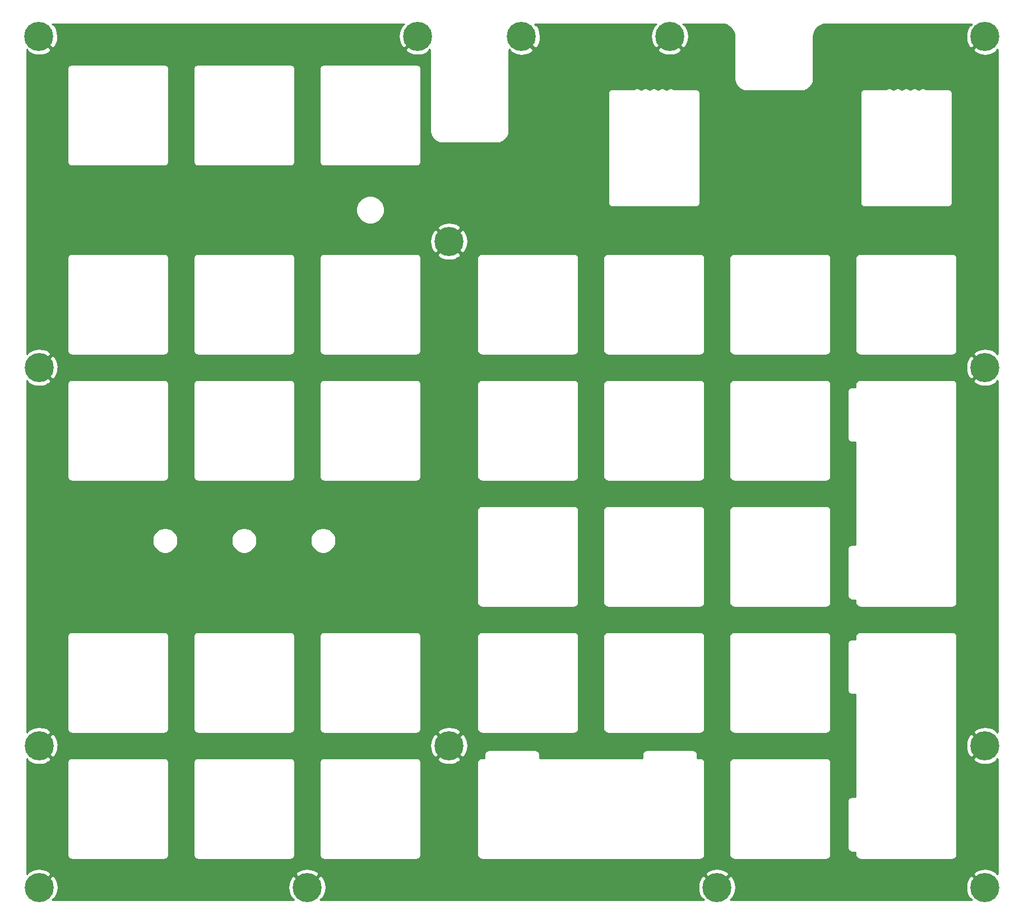
<source format=gbl>
G04 #@! TF.GenerationSoftware,KiCad,Pcbnew,5.1.5*
G04 #@! TF.CreationDate,2019-12-12T01:12:10+09:00*
G04 #@! TF.ProjectId,Navpad_top-32u4,4e617670-6164-45f7-946f-702d33327534,rev?*
G04 #@! TF.SameCoordinates,Original*
G04 #@! TF.FileFunction,Copper,L2,Bot*
G04 #@! TF.FilePolarity,Positive*
%FSLAX46Y46*%
G04 Gerber Fmt 4.6, Leading zero omitted, Abs format (unit mm)*
G04 Created by KiCad (PCBNEW 5.1.5) date 2019-12-12 01:12:10*
%MOMM*%
%LPD*%
G04 APERTURE LIST*
%ADD10C,4.400000*%
%ADD11C,0.254000*%
G04 APERTURE END LIST*
D10*
X122269250Y-61976000D03*
X203231750Y-159607250D03*
X162750500Y-159607250D03*
X100838000Y-159607250D03*
X60356750Y-159607250D03*
X203231750Y-138176000D03*
X122269250Y-138176000D03*
X60356750Y-138176000D03*
X203231750Y-81026000D03*
X60356750Y-81026000D03*
X203231750Y-31019750D03*
X155606750Y-30988000D03*
X133223000Y-31019750D03*
X117506750Y-30988000D03*
X60325000Y-30988000D03*
D11*
G36*
X115516973Y-29177831D02*
G01*
X115129732Y-29417976D01*
X114869109Y-29911877D01*
X114709849Y-30447133D01*
X114658072Y-31003174D01*
X114715769Y-31558632D01*
X114880722Y-32092161D01*
X115129732Y-32558024D01*
X115516975Y-32798170D01*
X117327145Y-30988000D01*
X117313003Y-30973858D01*
X117492608Y-30794253D01*
X117506750Y-30808395D01*
X117520893Y-30794253D01*
X117700498Y-30973858D01*
X117686355Y-30988000D01*
X117700498Y-31002143D01*
X117520893Y-31181748D01*
X117506750Y-31167605D01*
X115696580Y-32977775D01*
X115936726Y-33365018D01*
X116430627Y-33625641D01*
X116965883Y-33784901D01*
X117521924Y-33836678D01*
X118077382Y-33778981D01*
X118610911Y-33614028D01*
X119076774Y-33365018D01*
X119316919Y-32977777D01*
X119386750Y-33047608D01*
X119386751Y-45244419D01*
X119389552Y-45272855D01*
X119389497Y-45280682D01*
X119390396Y-45289853D01*
X119416304Y-45536357D01*
X119428339Y-45594986D01*
X119439542Y-45653716D01*
X119442206Y-45662538D01*
X119515501Y-45899314D01*
X119538681Y-45954457D01*
X119561089Y-46009920D01*
X119565415Y-46018054D01*
X119565417Y-46018059D01*
X119565420Y-46018064D01*
X119683303Y-46236086D01*
X119716738Y-46285654D01*
X119749509Y-46335735D01*
X119755334Y-46342876D01*
X119913327Y-46533856D01*
X119955762Y-46575995D01*
X119997625Y-46618745D01*
X120004726Y-46624618D01*
X120196803Y-46781273D01*
X120246625Y-46814374D01*
X120295987Y-46848173D01*
X120304093Y-46852556D01*
X120522941Y-46968919D01*
X120578229Y-46991707D01*
X120633225Y-47015279D01*
X120642028Y-47018003D01*
X120879309Y-47089643D01*
X120937996Y-47101264D01*
X120996502Y-47113700D01*
X121005665Y-47114663D01*
X121005667Y-47114663D01*
X121252345Y-47138850D01*
X121252358Y-47138850D01*
X121284331Y-47141999D01*
X129445419Y-47142001D01*
X129473865Y-47139199D01*
X129481686Y-47139254D01*
X129490857Y-47138354D01*
X129737360Y-47112445D01*
X129795949Y-47100418D01*
X129854714Y-47089209D01*
X129863536Y-47086545D01*
X130100313Y-47013251D01*
X130155451Y-46990073D01*
X130210923Y-46967661D01*
X130219054Y-46963337D01*
X130219058Y-46963335D01*
X130219061Y-46963333D01*
X130437090Y-46845445D01*
X130486656Y-46812011D01*
X130536734Y-46779242D01*
X130543875Y-46773417D01*
X130734856Y-46615425D01*
X130776997Y-46572988D01*
X130819747Y-46531125D01*
X130825620Y-46524024D01*
X130982275Y-46331945D01*
X131015364Y-46282141D01*
X131049174Y-46232763D01*
X131053557Y-46224657D01*
X131169920Y-46005809D01*
X131192724Y-45950483D01*
X131216280Y-45895522D01*
X131219005Y-45886719D01*
X131290644Y-45649438D01*
X131302263Y-45590758D01*
X131314700Y-45532248D01*
X131315663Y-45523083D01*
X131339850Y-45276405D01*
X131339850Y-45276402D01*
X131343000Y-45244419D01*
X131343000Y-39624000D01*
X146275807Y-39624000D01*
X146279001Y-39656429D01*
X146279000Y-56101581D01*
X146275807Y-56134000D01*
X146288550Y-56263383D01*
X146326290Y-56387793D01*
X146387575Y-56502450D01*
X146391738Y-56507522D01*
X146470052Y-56602948D01*
X146570550Y-56685425D01*
X146685207Y-56746710D01*
X146809617Y-56784450D01*
X146939000Y-56797193D01*
X146971419Y-56794000D01*
X159479581Y-56794000D01*
X159512000Y-56797193D01*
X159544419Y-56794000D01*
X159641383Y-56784450D01*
X159765793Y-56746710D01*
X159880450Y-56685425D01*
X159980948Y-56602948D01*
X160063425Y-56502450D01*
X160124710Y-56387793D01*
X160162450Y-56263383D01*
X160175193Y-56134000D01*
X160172000Y-56101581D01*
X160172000Y-39656419D01*
X160175193Y-39624000D01*
X184375807Y-39624000D01*
X184379001Y-39656429D01*
X184379000Y-56101581D01*
X184375807Y-56134000D01*
X184388550Y-56263383D01*
X184426290Y-56387793D01*
X184487575Y-56502450D01*
X184491738Y-56507522D01*
X184570052Y-56602948D01*
X184670550Y-56685425D01*
X184785207Y-56746710D01*
X184909617Y-56784450D01*
X185039000Y-56797193D01*
X185071419Y-56794000D01*
X197579581Y-56794000D01*
X197612000Y-56797193D01*
X197644419Y-56794000D01*
X197741383Y-56784450D01*
X197865793Y-56746710D01*
X197980450Y-56685425D01*
X198080948Y-56602948D01*
X198163425Y-56502450D01*
X198224710Y-56387793D01*
X198262450Y-56263383D01*
X198275193Y-56134000D01*
X198272000Y-56101581D01*
X198272000Y-39656419D01*
X198275193Y-39624000D01*
X198262450Y-39494617D01*
X198224710Y-39370207D01*
X198163425Y-39255550D01*
X198080948Y-39155052D01*
X197980450Y-39072575D01*
X197865793Y-39011290D01*
X197741383Y-38973550D01*
X197644419Y-38964000D01*
X197612000Y-38960807D01*
X197579581Y-38964000D01*
X194384963Y-38964000D01*
X194353806Y-38967069D01*
X194352772Y-38966378D01*
X194165561Y-38888833D01*
X193966818Y-38849300D01*
X193764182Y-38849300D01*
X193565439Y-38888833D01*
X193378228Y-38966378D01*
X193230500Y-39065087D01*
X193082772Y-38966378D01*
X192895561Y-38888833D01*
X192696818Y-38849300D01*
X192494182Y-38849300D01*
X192295439Y-38888833D01*
X192108228Y-38966378D01*
X191960500Y-39065087D01*
X191812772Y-38966378D01*
X191625561Y-38888833D01*
X191426818Y-38849300D01*
X191224182Y-38849300D01*
X191025439Y-38888833D01*
X190838228Y-38966378D01*
X190690500Y-39065087D01*
X190542772Y-38966378D01*
X190355561Y-38888833D01*
X190156818Y-38849300D01*
X189954182Y-38849300D01*
X189755439Y-38888833D01*
X189568228Y-38966378D01*
X189420500Y-39065087D01*
X189272772Y-38966378D01*
X189085561Y-38888833D01*
X188886818Y-38849300D01*
X188684182Y-38849300D01*
X188485439Y-38888833D01*
X188298228Y-38966378D01*
X188296601Y-38967465D01*
X188261418Y-38964000D01*
X185071419Y-38964000D01*
X185039000Y-38960807D01*
X185006581Y-38964000D01*
X184909617Y-38973550D01*
X184785207Y-39011290D01*
X184670550Y-39072575D01*
X184570052Y-39155052D01*
X184487575Y-39255550D01*
X184426290Y-39370207D01*
X184388550Y-39494617D01*
X184375807Y-39624000D01*
X160175193Y-39624000D01*
X160162450Y-39494617D01*
X160124710Y-39370207D01*
X160063425Y-39255550D01*
X159980948Y-39155052D01*
X159880450Y-39072575D01*
X159765793Y-39011290D01*
X159641383Y-38973550D01*
X159544419Y-38964000D01*
X159512000Y-38960807D01*
X159479581Y-38964000D01*
X156284963Y-38964000D01*
X156253806Y-38967069D01*
X156252772Y-38966378D01*
X156065561Y-38888833D01*
X155866818Y-38849300D01*
X155664182Y-38849300D01*
X155465439Y-38888833D01*
X155278228Y-38966378D01*
X155130500Y-39065087D01*
X154982772Y-38966378D01*
X154795561Y-38888833D01*
X154596818Y-38849300D01*
X154394182Y-38849300D01*
X154195439Y-38888833D01*
X154008228Y-38966378D01*
X153860500Y-39065087D01*
X153712772Y-38966378D01*
X153525561Y-38888833D01*
X153326818Y-38849300D01*
X153124182Y-38849300D01*
X152925439Y-38888833D01*
X152738228Y-38966378D01*
X152590500Y-39065087D01*
X152442772Y-38966378D01*
X152255561Y-38888833D01*
X152056818Y-38849300D01*
X151854182Y-38849300D01*
X151655439Y-38888833D01*
X151468228Y-38966378D01*
X151320500Y-39065087D01*
X151172772Y-38966378D01*
X150985561Y-38888833D01*
X150786818Y-38849300D01*
X150584182Y-38849300D01*
X150385439Y-38888833D01*
X150198228Y-38966378D01*
X150196601Y-38967465D01*
X150161418Y-38964000D01*
X146971419Y-38964000D01*
X146939000Y-38960807D01*
X146906581Y-38964000D01*
X146809617Y-38973550D01*
X146685207Y-39011290D01*
X146570550Y-39072575D01*
X146470052Y-39155052D01*
X146387575Y-39255550D01*
X146326290Y-39370207D01*
X146288550Y-39494617D01*
X146275807Y-39624000D01*
X131343000Y-39624000D01*
X131343000Y-33079358D01*
X131412831Y-33009527D01*
X131652976Y-33396768D01*
X132146877Y-33657391D01*
X132682133Y-33816651D01*
X133238174Y-33868428D01*
X133793632Y-33810731D01*
X134327161Y-33645778D01*
X134793024Y-33396768D01*
X135033170Y-33009525D01*
X135001420Y-32977775D01*
X153796580Y-32977775D01*
X154036726Y-33365018D01*
X154530627Y-33625641D01*
X155065883Y-33784901D01*
X155621924Y-33836678D01*
X156177382Y-33778981D01*
X156710911Y-33614028D01*
X157176774Y-33365018D01*
X157416920Y-32977775D01*
X155606750Y-31167605D01*
X153796580Y-32977775D01*
X135001420Y-32977775D01*
X133223000Y-31199355D01*
X133208858Y-31213498D01*
X133029253Y-31033893D01*
X133043395Y-31019750D01*
X133029253Y-31005608D01*
X133208858Y-30826003D01*
X133223000Y-30840145D01*
X133237143Y-30826003D01*
X133416748Y-31005608D01*
X133402605Y-31019750D01*
X135212775Y-32829920D01*
X135600018Y-32589774D01*
X135860641Y-32095873D01*
X136019901Y-31560617D01*
X136071678Y-31004576D01*
X136013981Y-30449118D01*
X135849028Y-29915589D01*
X135600018Y-29449726D01*
X135212777Y-29209581D01*
X135282608Y-29139750D01*
X153578892Y-29139750D01*
X153616973Y-29177831D01*
X153229732Y-29417976D01*
X152969109Y-29911877D01*
X152809849Y-30447133D01*
X152758072Y-31003174D01*
X152815769Y-31558632D01*
X152980722Y-32092161D01*
X153229732Y-32558024D01*
X153616975Y-32798170D01*
X155427145Y-30988000D01*
X155413003Y-30973858D01*
X155592608Y-30794253D01*
X155606750Y-30808395D01*
X155620893Y-30794253D01*
X155800498Y-30973858D01*
X155786355Y-30988000D01*
X157596525Y-32798170D01*
X157983768Y-32558024D01*
X158244391Y-32064123D01*
X158403651Y-31528867D01*
X158455428Y-30972826D01*
X158397731Y-30417368D01*
X158232778Y-29883839D01*
X157983768Y-29417976D01*
X157596527Y-29177831D01*
X157634608Y-29139750D01*
X163448471Y-29139750D01*
X163845295Y-29178659D01*
X164195958Y-29284530D01*
X164519375Y-29456494D01*
X164803234Y-29688004D01*
X165036715Y-29970236D01*
X165210933Y-30292445D01*
X165319252Y-30642364D01*
X165360750Y-31037193D01*
X165360751Y-37370419D01*
X165363552Y-37398855D01*
X165363497Y-37406682D01*
X165364396Y-37415853D01*
X165390304Y-37662357D01*
X165402339Y-37720986D01*
X165413542Y-37779716D01*
X165416206Y-37788538D01*
X165489501Y-38025314D01*
X165512681Y-38080457D01*
X165535089Y-38135920D01*
X165539415Y-38144054D01*
X165539417Y-38144059D01*
X165539420Y-38144064D01*
X165657303Y-38362086D01*
X165690738Y-38411654D01*
X165723509Y-38461735D01*
X165729334Y-38468876D01*
X165887327Y-38659856D01*
X165929762Y-38701995D01*
X165971625Y-38744745D01*
X165978726Y-38750618D01*
X166170803Y-38907273D01*
X166220625Y-38940374D01*
X166269987Y-38974173D01*
X166278093Y-38978556D01*
X166496941Y-39094919D01*
X166552229Y-39117707D01*
X166607225Y-39141279D01*
X166616028Y-39144003D01*
X166853309Y-39215643D01*
X166911996Y-39227264D01*
X166970502Y-39239700D01*
X166979665Y-39240663D01*
X166979667Y-39240663D01*
X167226345Y-39264850D01*
X167226358Y-39264850D01*
X167258331Y-39267999D01*
X175419419Y-39268001D01*
X175447865Y-39265199D01*
X175455686Y-39265254D01*
X175464857Y-39264354D01*
X175711360Y-39238445D01*
X175769949Y-39226418D01*
X175828714Y-39215209D01*
X175837536Y-39212545D01*
X176074313Y-39139251D01*
X176129451Y-39116073D01*
X176184923Y-39093661D01*
X176193054Y-39089337D01*
X176193058Y-39089335D01*
X176193061Y-39089333D01*
X176411090Y-38971445D01*
X176460656Y-38938011D01*
X176510734Y-38905242D01*
X176517875Y-38899417D01*
X176708856Y-38741425D01*
X176750997Y-38698988D01*
X176793747Y-38657125D01*
X176799620Y-38650024D01*
X176956275Y-38457945D01*
X176989364Y-38408141D01*
X177023174Y-38358763D01*
X177027557Y-38350657D01*
X177143920Y-38131809D01*
X177166724Y-38076483D01*
X177190280Y-38021522D01*
X177193005Y-38012719D01*
X177264644Y-37775438D01*
X177276263Y-37716758D01*
X177288700Y-37658248D01*
X177289663Y-37649083D01*
X177313850Y-37402405D01*
X177313850Y-37402402D01*
X177317000Y-37370419D01*
X177317000Y-31052029D01*
X177355909Y-30655205D01*
X177461780Y-30304542D01*
X177633744Y-29981125D01*
X177865254Y-29697266D01*
X178147486Y-29463785D01*
X178469695Y-29289567D01*
X178819614Y-29181248D01*
X179214443Y-29139750D01*
X201172142Y-29139750D01*
X201241973Y-29209581D01*
X200854732Y-29449726D01*
X200594109Y-29943627D01*
X200434849Y-30478883D01*
X200383072Y-31034924D01*
X200440769Y-31590382D01*
X200605722Y-32123911D01*
X200854732Y-32589774D01*
X201241975Y-32829920D01*
X203052145Y-31019750D01*
X203038003Y-31005608D01*
X203217608Y-30826003D01*
X203231750Y-30840145D01*
X203245893Y-30826003D01*
X203425498Y-31005608D01*
X203411355Y-31019750D01*
X203425498Y-31033893D01*
X203245893Y-31213498D01*
X203231750Y-31199355D01*
X201421580Y-33009525D01*
X201661726Y-33396768D01*
X202155627Y-33657391D01*
X202690883Y-33816651D01*
X203246924Y-33868428D01*
X203802382Y-33810731D01*
X204335911Y-33645778D01*
X204801774Y-33396768D01*
X205041919Y-33009527D01*
X205111751Y-33079359D01*
X205111751Y-78966391D01*
X205041919Y-79036223D01*
X204801774Y-78648982D01*
X204307873Y-78388359D01*
X203772617Y-78229099D01*
X203216576Y-78177322D01*
X202661118Y-78235019D01*
X202127589Y-78399972D01*
X201661726Y-78648982D01*
X201421580Y-79036225D01*
X203231750Y-80846395D01*
X203245893Y-80832253D01*
X203425498Y-81011858D01*
X203411355Y-81026000D01*
X203425498Y-81040143D01*
X203245893Y-81219748D01*
X203231750Y-81205605D01*
X201421580Y-83015775D01*
X201661726Y-83403018D01*
X202155627Y-83663641D01*
X202690883Y-83822901D01*
X203246924Y-83874678D01*
X203802382Y-83816981D01*
X204335911Y-83652028D01*
X204801774Y-83403018D01*
X205041919Y-83015777D01*
X205111751Y-83085609D01*
X205111750Y-136116392D01*
X205041919Y-136186223D01*
X204801774Y-135798982D01*
X204307873Y-135538359D01*
X203772617Y-135379099D01*
X203216576Y-135327322D01*
X202661118Y-135385019D01*
X202127589Y-135549972D01*
X201661726Y-135798982D01*
X201421580Y-136186225D01*
X203231750Y-137996395D01*
X203245893Y-137982253D01*
X203425498Y-138161858D01*
X203411355Y-138176000D01*
X203425498Y-138190143D01*
X203245893Y-138369748D01*
X203231750Y-138355605D01*
X201421580Y-140165775D01*
X201661726Y-140553018D01*
X202155627Y-140813641D01*
X202690883Y-140972901D01*
X203246924Y-141024678D01*
X203802382Y-140966981D01*
X204335911Y-140802028D01*
X204801774Y-140553018D01*
X205041919Y-140165777D01*
X205111750Y-140235608D01*
X205111750Y-157547642D01*
X205041919Y-157617473D01*
X204801774Y-157230232D01*
X204307873Y-156969609D01*
X203772617Y-156810349D01*
X203216576Y-156758572D01*
X202661118Y-156816269D01*
X202127589Y-156981222D01*
X201661726Y-157230232D01*
X201421580Y-157617475D01*
X203231750Y-159427645D01*
X203245893Y-159413503D01*
X203425498Y-159593108D01*
X203411355Y-159607250D01*
X203425498Y-159621393D01*
X203245893Y-159800998D01*
X203231750Y-159786855D01*
X203217608Y-159800998D01*
X203038003Y-159621393D01*
X203052145Y-159607250D01*
X201241975Y-157797080D01*
X200854732Y-158037226D01*
X200594109Y-158531127D01*
X200434849Y-159066383D01*
X200383072Y-159622424D01*
X200440769Y-160177882D01*
X200605722Y-160711411D01*
X200854732Y-161177274D01*
X201241973Y-161417419D01*
X201172142Y-161487250D01*
X164810108Y-161487250D01*
X164740277Y-161417419D01*
X165127518Y-161177274D01*
X165388141Y-160683373D01*
X165547401Y-160148117D01*
X165599178Y-159592076D01*
X165541481Y-159036618D01*
X165376528Y-158503089D01*
X165127518Y-158037226D01*
X164740275Y-157797080D01*
X162930105Y-159607250D01*
X162944248Y-159621393D01*
X162764643Y-159800998D01*
X162750500Y-159786855D01*
X162736358Y-159800998D01*
X162556753Y-159621393D01*
X162570895Y-159607250D01*
X160760725Y-157797080D01*
X160373482Y-158037226D01*
X160112859Y-158531127D01*
X159953599Y-159066383D01*
X159901822Y-159622424D01*
X159959519Y-160177882D01*
X160124472Y-160711411D01*
X160373482Y-161177274D01*
X160760723Y-161417419D01*
X160690892Y-161487250D01*
X102897608Y-161487250D01*
X102827777Y-161417419D01*
X103215018Y-161177274D01*
X103475641Y-160683373D01*
X103634901Y-160148117D01*
X103686678Y-159592076D01*
X103628981Y-159036618D01*
X103464028Y-158503089D01*
X103215018Y-158037226D01*
X102827775Y-157797080D01*
X101017605Y-159607250D01*
X101031748Y-159621393D01*
X100852143Y-159800998D01*
X100838000Y-159786855D01*
X100823858Y-159800998D01*
X100644253Y-159621393D01*
X100658395Y-159607250D01*
X98848225Y-157797080D01*
X98460982Y-158037226D01*
X98200359Y-158531127D01*
X98041099Y-159066383D01*
X97989322Y-159622424D01*
X98047019Y-160177882D01*
X98211972Y-160711411D01*
X98460982Y-161177274D01*
X98848223Y-161417419D01*
X98778392Y-161487250D01*
X62416358Y-161487250D01*
X62346527Y-161417419D01*
X62733768Y-161177274D01*
X62994391Y-160683373D01*
X63153651Y-160148117D01*
X63205428Y-159592076D01*
X63147731Y-159036618D01*
X62982778Y-158503089D01*
X62733768Y-158037226D01*
X62346525Y-157797080D01*
X60536355Y-159607250D01*
X60550498Y-159621393D01*
X60370893Y-159800998D01*
X60356750Y-159786855D01*
X60342608Y-159800998D01*
X60163003Y-159621393D01*
X60177145Y-159607250D01*
X60163003Y-159593108D01*
X60342608Y-159413503D01*
X60356750Y-159427645D01*
X62166920Y-157617475D01*
X99027830Y-157617475D01*
X100838000Y-159427645D01*
X102648170Y-157617475D01*
X160940330Y-157617475D01*
X162750500Y-159427645D01*
X164560670Y-157617475D01*
X164320524Y-157230232D01*
X163826623Y-156969609D01*
X163291367Y-156810349D01*
X162735326Y-156758572D01*
X162179868Y-156816269D01*
X161646339Y-156981222D01*
X161180476Y-157230232D01*
X160940330Y-157617475D01*
X102648170Y-157617475D01*
X102408024Y-157230232D01*
X101914123Y-156969609D01*
X101378867Y-156810349D01*
X100822826Y-156758572D01*
X100267368Y-156816269D01*
X99733839Y-156981222D01*
X99267976Y-157230232D01*
X99027830Y-157617475D01*
X62166920Y-157617475D01*
X61926774Y-157230232D01*
X61432873Y-156969609D01*
X60897617Y-156810349D01*
X60341576Y-156758572D01*
X59786118Y-156816269D01*
X59252589Y-156981222D01*
X58786726Y-157230232D01*
X58546581Y-157617473D01*
X58476750Y-157547642D01*
X58476750Y-140235608D01*
X58546581Y-140165777D01*
X58786726Y-140553018D01*
X59280627Y-140813641D01*
X59815883Y-140972901D01*
X60371924Y-141024678D01*
X60927382Y-140966981D01*
X61460911Y-140802028D01*
X61649920Y-140701000D01*
X64599807Y-140701000D01*
X64603000Y-140733419D01*
X64603001Y-154668571D01*
X64599807Y-154701000D01*
X64612550Y-154830383D01*
X64650290Y-154954793D01*
X64711575Y-155069450D01*
X64794052Y-155169948D01*
X64894550Y-155252425D01*
X65009207Y-155313710D01*
X65133617Y-155351450D01*
X65230581Y-155361000D01*
X65263000Y-155364193D01*
X65295419Y-155361000D01*
X79230581Y-155361000D01*
X79263000Y-155364193D01*
X79295419Y-155361000D01*
X79392383Y-155351450D01*
X79516793Y-155313710D01*
X79631450Y-155252425D01*
X79731948Y-155169948D01*
X79814425Y-155069450D01*
X79875710Y-154954793D01*
X79913450Y-154830383D01*
X79926193Y-154701000D01*
X79923000Y-154668581D01*
X79923000Y-140733419D01*
X79926193Y-140701000D01*
X83649807Y-140701000D01*
X83653000Y-140733419D01*
X83653001Y-154668571D01*
X83649807Y-154701000D01*
X83662550Y-154830383D01*
X83700290Y-154954793D01*
X83761575Y-155069450D01*
X83844052Y-155169948D01*
X83944550Y-155252425D01*
X84059207Y-155313710D01*
X84183617Y-155351450D01*
X84280581Y-155361000D01*
X84313000Y-155364193D01*
X84345419Y-155361000D01*
X98280581Y-155361000D01*
X98313000Y-155364193D01*
X98345419Y-155361000D01*
X98442383Y-155351450D01*
X98566793Y-155313710D01*
X98681450Y-155252425D01*
X98781948Y-155169948D01*
X98864425Y-155069450D01*
X98925710Y-154954793D01*
X98963450Y-154830383D01*
X98976193Y-154701000D01*
X98973000Y-154668581D01*
X98973000Y-140733419D01*
X98976193Y-140701000D01*
X102699807Y-140701000D01*
X102703000Y-140733419D01*
X102703001Y-154668571D01*
X102699807Y-154701000D01*
X102712550Y-154830383D01*
X102750290Y-154954793D01*
X102811575Y-155069450D01*
X102894052Y-155169948D01*
X102994550Y-155252425D01*
X103109207Y-155313710D01*
X103233617Y-155351450D01*
X103330581Y-155361000D01*
X103363000Y-155364193D01*
X103395419Y-155361000D01*
X117330581Y-155361000D01*
X117363000Y-155364193D01*
X117395419Y-155361000D01*
X117492383Y-155351450D01*
X117616793Y-155313710D01*
X117731450Y-155252425D01*
X117831948Y-155169948D01*
X117914425Y-155069450D01*
X117975710Y-154954793D01*
X118013450Y-154830383D01*
X118026193Y-154701000D01*
X118023000Y-154668581D01*
X118023000Y-140733419D01*
X118026193Y-140701000D01*
X118013450Y-140571617D01*
X117975710Y-140447207D01*
X117914425Y-140332550D01*
X117831948Y-140232052D01*
X117751190Y-140165775D01*
X120459080Y-140165775D01*
X120699226Y-140553018D01*
X121193127Y-140813641D01*
X121728383Y-140972901D01*
X122284424Y-141024678D01*
X122839882Y-140966981D01*
X123373411Y-140802028D01*
X123562420Y-140701000D01*
X126512307Y-140701000D01*
X126515500Y-140733419D01*
X126515501Y-154668571D01*
X126512307Y-154701000D01*
X126525050Y-154830383D01*
X126562790Y-154954793D01*
X126624075Y-155069450D01*
X126706552Y-155169948D01*
X126807050Y-155252425D01*
X126921707Y-155313710D01*
X127046117Y-155351450D01*
X127143081Y-155361000D01*
X127175500Y-155364193D01*
X127207919Y-155361000D01*
X160193081Y-155361000D01*
X160225500Y-155364193D01*
X160257919Y-155361000D01*
X160354883Y-155351450D01*
X160479293Y-155313710D01*
X160593950Y-155252425D01*
X160694448Y-155169948D01*
X160776925Y-155069450D01*
X160838210Y-154954793D01*
X160875950Y-154830383D01*
X160888693Y-154701000D01*
X160885500Y-154668581D01*
X160885500Y-140733419D01*
X160888693Y-140701000D01*
X164612307Y-140701000D01*
X164615500Y-140733419D01*
X164615501Y-154668571D01*
X164612307Y-154701000D01*
X164625050Y-154830383D01*
X164662790Y-154954793D01*
X164724075Y-155069450D01*
X164806552Y-155169948D01*
X164907050Y-155252425D01*
X165021707Y-155313710D01*
X165146117Y-155351450D01*
X165243081Y-155361000D01*
X165275500Y-155364193D01*
X165307919Y-155361000D01*
X179243081Y-155361000D01*
X179275500Y-155364193D01*
X179307919Y-155361000D01*
X179404883Y-155351450D01*
X179529293Y-155313710D01*
X179643950Y-155252425D01*
X179744448Y-155169948D01*
X179826925Y-155069450D01*
X179888210Y-154954793D01*
X179925950Y-154830383D01*
X179938693Y-154701000D01*
X179935500Y-154668581D01*
X179935500Y-140733419D01*
X179938693Y-140701000D01*
X179925950Y-140571617D01*
X179888210Y-140447207D01*
X179826925Y-140332550D01*
X179744448Y-140232052D01*
X179643950Y-140149575D01*
X179529293Y-140088290D01*
X179404883Y-140050550D01*
X179307919Y-140041000D01*
X179275500Y-140037807D01*
X179243081Y-140041000D01*
X165307919Y-140041000D01*
X165275500Y-140037807D01*
X165243081Y-140041000D01*
X165146117Y-140050550D01*
X165021707Y-140088290D01*
X164907050Y-140149575D01*
X164806552Y-140232052D01*
X164724075Y-140332550D01*
X164662790Y-140447207D01*
X164625050Y-140571617D01*
X164612307Y-140701000D01*
X160888693Y-140701000D01*
X160875950Y-140571617D01*
X160838210Y-140447207D01*
X160776925Y-140332550D01*
X160694448Y-140232052D01*
X160593950Y-140149575D01*
X160479293Y-140088290D01*
X160354883Y-140050550D01*
X160257919Y-140041000D01*
X160225500Y-140037807D01*
X160193081Y-140041000D01*
X159791000Y-140041000D01*
X159791000Y-139533419D01*
X159794193Y-139501000D01*
X159781450Y-139371617D01*
X159743710Y-139247207D01*
X159682425Y-139132550D01*
X159599948Y-139032052D01*
X159499450Y-138949575D01*
X159384793Y-138888290D01*
X159260383Y-138850550D01*
X159163419Y-138841000D01*
X159131000Y-138837807D01*
X159098581Y-138841000D01*
X152132919Y-138841000D01*
X152100500Y-138837807D01*
X152068081Y-138841000D01*
X151971117Y-138850550D01*
X151846707Y-138888290D01*
X151732050Y-138949575D01*
X151631552Y-139032052D01*
X151549075Y-139132550D01*
X151487790Y-139247207D01*
X151450050Y-139371617D01*
X151437307Y-139501000D01*
X151440500Y-139533420D01*
X151440500Y-140041000D01*
X135960500Y-140041000D01*
X135960500Y-139533419D01*
X135963693Y-139501000D01*
X135950950Y-139371617D01*
X135913210Y-139247207D01*
X135851925Y-139132550D01*
X135769448Y-139032052D01*
X135668950Y-138949575D01*
X135554293Y-138888290D01*
X135429883Y-138850550D01*
X135332919Y-138841000D01*
X135300500Y-138837807D01*
X135268081Y-138841000D01*
X128302419Y-138841000D01*
X128270000Y-138837807D01*
X128237581Y-138841000D01*
X128140617Y-138850550D01*
X128016207Y-138888290D01*
X127901550Y-138949575D01*
X127801052Y-139032052D01*
X127718575Y-139132550D01*
X127657290Y-139247207D01*
X127619550Y-139371617D01*
X127606807Y-139501000D01*
X127610000Y-139533420D01*
X127610000Y-140041000D01*
X127207919Y-140041000D01*
X127175500Y-140037807D01*
X127143081Y-140041000D01*
X127046117Y-140050550D01*
X126921707Y-140088290D01*
X126807050Y-140149575D01*
X126706552Y-140232052D01*
X126624075Y-140332550D01*
X126562790Y-140447207D01*
X126525050Y-140571617D01*
X126512307Y-140701000D01*
X123562420Y-140701000D01*
X123839274Y-140553018D01*
X124079420Y-140165775D01*
X122269250Y-138355605D01*
X120459080Y-140165775D01*
X117751190Y-140165775D01*
X117731450Y-140149575D01*
X117616793Y-140088290D01*
X117492383Y-140050550D01*
X117395419Y-140041000D01*
X117363000Y-140037807D01*
X117330581Y-140041000D01*
X103395419Y-140041000D01*
X103363000Y-140037807D01*
X103330581Y-140041000D01*
X103233617Y-140050550D01*
X103109207Y-140088290D01*
X102994550Y-140149575D01*
X102894052Y-140232052D01*
X102811575Y-140332550D01*
X102750290Y-140447207D01*
X102712550Y-140571617D01*
X102699807Y-140701000D01*
X98976193Y-140701000D01*
X98963450Y-140571617D01*
X98925710Y-140447207D01*
X98864425Y-140332550D01*
X98781948Y-140232052D01*
X98681450Y-140149575D01*
X98566793Y-140088290D01*
X98442383Y-140050550D01*
X98345419Y-140041000D01*
X98313000Y-140037807D01*
X98280581Y-140041000D01*
X84345419Y-140041000D01*
X84313000Y-140037807D01*
X84280581Y-140041000D01*
X84183617Y-140050550D01*
X84059207Y-140088290D01*
X83944550Y-140149575D01*
X83844052Y-140232052D01*
X83761575Y-140332550D01*
X83700290Y-140447207D01*
X83662550Y-140571617D01*
X83649807Y-140701000D01*
X79926193Y-140701000D01*
X79913450Y-140571617D01*
X79875710Y-140447207D01*
X79814425Y-140332550D01*
X79731948Y-140232052D01*
X79631450Y-140149575D01*
X79516793Y-140088290D01*
X79392383Y-140050550D01*
X79295419Y-140041000D01*
X79263000Y-140037807D01*
X79230581Y-140041000D01*
X65295419Y-140041000D01*
X65263000Y-140037807D01*
X65230581Y-140041000D01*
X65133617Y-140050550D01*
X65009207Y-140088290D01*
X64894550Y-140149575D01*
X64794052Y-140232052D01*
X64711575Y-140332550D01*
X64650290Y-140447207D01*
X64612550Y-140571617D01*
X64599807Y-140701000D01*
X61649920Y-140701000D01*
X61926774Y-140553018D01*
X62166920Y-140165775D01*
X60356750Y-138355605D01*
X60342608Y-138369748D01*
X60163003Y-138190143D01*
X60177145Y-138176000D01*
X60536355Y-138176000D01*
X62346525Y-139986170D01*
X62733768Y-139746024D01*
X62994391Y-139252123D01*
X63153651Y-138716867D01*
X63202602Y-138191174D01*
X119420572Y-138191174D01*
X119478269Y-138746632D01*
X119643222Y-139280161D01*
X119892232Y-139746024D01*
X120279475Y-139986170D01*
X122089645Y-138176000D01*
X122448855Y-138176000D01*
X124259025Y-139986170D01*
X124646268Y-139746024D01*
X124906891Y-139252123D01*
X125066151Y-138716867D01*
X125117928Y-138160826D01*
X125060231Y-137605368D01*
X124895278Y-137071839D01*
X124646268Y-136605976D01*
X124259025Y-136365830D01*
X122448855Y-138176000D01*
X122089645Y-138176000D01*
X120279475Y-136365830D01*
X119892232Y-136605976D01*
X119631609Y-137099877D01*
X119472349Y-137635133D01*
X119420572Y-138191174D01*
X63202602Y-138191174D01*
X63205428Y-138160826D01*
X63147731Y-137605368D01*
X62982778Y-137071839D01*
X62733768Y-136605976D01*
X62346525Y-136365830D01*
X60536355Y-138176000D01*
X60177145Y-138176000D01*
X60163003Y-138161858D01*
X60342608Y-137982253D01*
X60356750Y-137996395D01*
X62166920Y-136186225D01*
X61926774Y-135798982D01*
X61432873Y-135538359D01*
X60897617Y-135379099D01*
X60341576Y-135327322D01*
X59786118Y-135385019D01*
X59252589Y-135549972D01*
X58786726Y-135798982D01*
X58546581Y-136186223D01*
X58476750Y-136116392D01*
X58476750Y-121651000D01*
X64599807Y-121651000D01*
X64603000Y-121683419D01*
X64603001Y-135618571D01*
X64599807Y-135651000D01*
X64612550Y-135780383D01*
X64650290Y-135904793D01*
X64711575Y-136019450D01*
X64794052Y-136119948D01*
X64894550Y-136202425D01*
X65009207Y-136263710D01*
X65133617Y-136301450D01*
X65230581Y-136311000D01*
X65263000Y-136314193D01*
X65295419Y-136311000D01*
X79230581Y-136311000D01*
X79263000Y-136314193D01*
X79295419Y-136311000D01*
X79392383Y-136301450D01*
X79516793Y-136263710D01*
X79631450Y-136202425D01*
X79731948Y-136119948D01*
X79814425Y-136019450D01*
X79875710Y-135904793D01*
X79913450Y-135780383D01*
X79926193Y-135651000D01*
X79923000Y-135618581D01*
X79923000Y-121683419D01*
X79926193Y-121651000D01*
X83649807Y-121651000D01*
X83653000Y-121683419D01*
X83653001Y-135618571D01*
X83649807Y-135651000D01*
X83662550Y-135780383D01*
X83700290Y-135904793D01*
X83761575Y-136019450D01*
X83844052Y-136119948D01*
X83944550Y-136202425D01*
X84059207Y-136263710D01*
X84183617Y-136301450D01*
X84280581Y-136311000D01*
X84313000Y-136314193D01*
X84345419Y-136311000D01*
X98280581Y-136311000D01*
X98313000Y-136314193D01*
X98345419Y-136311000D01*
X98442383Y-136301450D01*
X98566793Y-136263710D01*
X98681450Y-136202425D01*
X98781948Y-136119948D01*
X98864425Y-136019450D01*
X98925710Y-135904793D01*
X98963450Y-135780383D01*
X98976193Y-135651000D01*
X98973000Y-135618581D01*
X98973000Y-121683419D01*
X98976193Y-121651000D01*
X102699807Y-121651000D01*
X102703000Y-121683419D01*
X102703001Y-135618571D01*
X102699807Y-135651000D01*
X102712550Y-135780383D01*
X102750290Y-135904793D01*
X102811575Y-136019450D01*
X102894052Y-136119948D01*
X102994550Y-136202425D01*
X103109207Y-136263710D01*
X103233617Y-136301450D01*
X103330581Y-136311000D01*
X103363000Y-136314193D01*
X103395419Y-136311000D01*
X117330581Y-136311000D01*
X117363000Y-136314193D01*
X117395419Y-136311000D01*
X117492383Y-136301450D01*
X117616793Y-136263710D01*
X117731450Y-136202425D01*
X117751189Y-136186225D01*
X120459080Y-136186225D01*
X122269250Y-137996395D01*
X124079420Y-136186225D01*
X123839274Y-135798982D01*
X123345373Y-135538359D01*
X122810117Y-135379099D01*
X122254076Y-135327322D01*
X121698618Y-135385019D01*
X121165089Y-135549972D01*
X120699226Y-135798982D01*
X120459080Y-136186225D01*
X117751189Y-136186225D01*
X117831948Y-136119948D01*
X117914425Y-136019450D01*
X117975710Y-135904793D01*
X118013450Y-135780383D01*
X118026193Y-135651000D01*
X118023000Y-135618581D01*
X118023000Y-121683419D01*
X118026193Y-121651000D01*
X126512307Y-121651000D01*
X126515500Y-121683419D01*
X126515501Y-135618571D01*
X126512307Y-135651000D01*
X126525050Y-135780383D01*
X126562790Y-135904793D01*
X126624075Y-136019450D01*
X126706552Y-136119948D01*
X126807050Y-136202425D01*
X126921707Y-136263710D01*
X127046117Y-136301450D01*
X127143081Y-136311000D01*
X127175500Y-136314193D01*
X127207919Y-136311000D01*
X141143081Y-136311000D01*
X141175500Y-136314193D01*
X141207919Y-136311000D01*
X141304883Y-136301450D01*
X141429293Y-136263710D01*
X141543950Y-136202425D01*
X141644448Y-136119948D01*
X141726925Y-136019450D01*
X141788210Y-135904793D01*
X141825950Y-135780383D01*
X141838693Y-135651000D01*
X141835500Y-135618581D01*
X141835500Y-121683419D01*
X141838693Y-121651000D01*
X145562307Y-121651000D01*
X145565500Y-121683419D01*
X145565501Y-135618571D01*
X145562307Y-135651000D01*
X145575050Y-135780383D01*
X145612790Y-135904793D01*
X145674075Y-136019450D01*
X145756552Y-136119948D01*
X145857050Y-136202425D01*
X145971707Y-136263710D01*
X146096117Y-136301450D01*
X146193081Y-136311000D01*
X146225500Y-136314193D01*
X146257919Y-136311000D01*
X160193081Y-136311000D01*
X160225500Y-136314193D01*
X160257919Y-136311000D01*
X160354883Y-136301450D01*
X160479293Y-136263710D01*
X160593950Y-136202425D01*
X160694448Y-136119948D01*
X160776925Y-136019450D01*
X160838210Y-135904793D01*
X160875950Y-135780383D01*
X160888693Y-135651000D01*
X160885500Y-135618581D01*
X160885500Y-121683419D01*
X160888693Y-121651000D01*
X164612307Y-121651000D01*
X164615500Y-121683419D01*
X164615501Y-135618571D01*
X164612307Y-135651000D01*
X164625050Y-135780383D01*
X164662790Y-135904793D01*
X164724075Y-136019450D01*
X164806552Y-136119948D01*
X164907050Y-136202425D01*
X165021707Y-136263710D01*
X165146117Y-136301450D01*
X165243081Y-136311000D01*
X165275500Y-136314193D01*
X165307919Y-136311000D01*
X179243081Y-136311000D01*
X179275500Y-136314193D01*
X179307919Y-136311000D01*
X179404883Y-136301450D01*
X179529293Y-136263710D01*
X179643950Y-136202425D01*
X179744448Y-136119948D01*
X179826925Y-136019450D01*
X179888210Y-135904793D01*
X179925950Y-135780383D01*
X179938693Y-135651000D01*
X179935500Y-135618581D01*
X179935500Y-122745500D01*
X182462307Y-122745500D01*
X182465500Y-122777918D01*
X182465499Y-129743591D01*
X182462307Y-129776000D01*
X182465499Y-129808412D01*
X182465499Y-129808418D01*
X182475049Y-129905382D01*
X182512789Y-130029792D01*
X182574074Y-130144449D01*
X182656551Y-130244948D01*
X182757049Y-130327425D01*
X182871706Y-130388710D01*
X182996116Y-130426450D01*
X183125499Y-130439193D01*
X183157927Y-130435999D01*
X183665500Y-130436000D01*
X183665501Y-145916001D01*
X183157912Y-145916000D01*
X183125499Y-145912808D01*
X183093090Y-145916000D01*
X183093081Y-145916000D01*
X182996117Y-145925550D01*
X182871707Y-145963290D01*
X182757050Y-146024575D01*
X182757048Y-146024576D01*
X182757049Y-146024576D01*
X182656551Y-146107053D01*
X182574074Y-146207551D01*
X182512789Y-146322208D01*
X182475049Y-146446618D01*
X182465499Y-146543582D01*
X182465499Y-146543591D01*
X182462307Y-146576000D01*
X182465499Y-146608412D01*
X182465501Y-153574071D01*
X182462307Y-153606500D01*
X182475050Y-153735883D01*
X182512790Y-153860293D01*
X182574075Y-153974950D01*
X182656552Y-154075448D01*
X182757050Y-154157925D01*
X182871707Y-154219210D01*
X182996117Y-154256950D01*
X183093081Y-154266500D01*
X183093088Y-154266500D01*
X183125500Y-154269692D01*
X183157909Y-154266500D01*
X183665501Y-154266500D01*
X183665501Y-154668571D01*
X183662307Y-154701000D01*
X183675050Y-154830383D01*
X183712790Y-154954793D01*
X183774075Y-155069450D01*
X183856552Y-155169948D01*
X183957050Y-155252425D01*
X184071707Y-155313710D01*
X184196117Y-155351450D01*
X184293081Y-155361000D01*
X184325500Y-155364193D01*
X184357919Y-155361000D01*
X198293081Y-155361000D01*
X198325500Y-155364193D01*
X198357919Y-155361000D01*
X198454883Y-155351450D01*
X198579293Y-155313710D01*
X198693950Y-155252425D01*
X198794448Y-155169948D01*
X198876925Y-155069450D01*
X198938210Y-154954793D01*
X198975950Y-154830383D01*
X198988693Y-154701000D01*
X198985500Y-154668581D01*
X198985500Y-138191174D01*
X200383072Y-138191174D01*
X200440769Y-138746632D01*
X200605722Y-139280161D01*
X200854732Y-139746024D01*
X201241975Y-139986170D01*
X203052145Y-138176000D01*
X201241975Y-136365830D01*
X200854732Y-136605976D01*
X200594109Y-137099877D01*
X200434849Y-137635133D01*
X200383072Y-138191174D01*
X198985500Y-138191174D01*
X198985500Y-121683419D01*
X198988693Y-121651000D01*
X198975950Y-121521617D01*
X198938210Y-121397207D01*
X198876925Y-121282550D01*
X198794448Y-121182052D01*
X198693950Y-121099575D01*
X198579293Y-121038290D01*
X198454883Y-121000550D01*
X198357919Y-120991000D01*
X198325500Y-120987807D01*
X198293081Y-120991000D01*
X184357919Y-120991000D01*
X184325500Y-120987807D01*
X184293081Y-120991000D01*
X184196117Y-121000550D01*
X184071707Y-121038290D01*
X183957050Y-121099575D01*
X183856552Y-121182052D01*
X183774075Y-121282550D01*
X183712790Y-121397207D01*
X183675050Y-121521617D01*
X183662307Y-121651000D01*
X183665500Y-121683420D01*
X183665500Y-122085500D01*
X183157927Y-122085501D01*
X183125499Y-122082307D01*
X182996117Y-122095050D01*
X182871707Y-122132790D01*
X182757050Y-122194075D01*
X182757048Y-122194076D01*
X182757049Y-122194076D01*
X182656551Y-122276553D01*
X182574074Y-122377051D01*
X182512789Y-122491708D01*
X182475049Y-122616118D01*
X182462307Y-122745500D01*
X179935500Y-122745500D01*
X179935500Y-121683419D01*
X179938693Y-121651000D01*
X179925950Y-121521617D01*
X179888210Y-121397207D01*
X179826925Y-121282550D01*
X179744448Y-121182052D01*
X179643950Y-121099575D01*
X179529293Y-121038290D01*
X179404883Y-121000550D01*
X179307919Y-120991000D01*
X179275500Y-120987807D01*
X179243081Y-120991000D01*
X165307919Y-120991000D01*
X165275500Y-120987807D01*
X165243081Y-120991000D01*
X165146117Y-121000550D01*
X165021707Y-121038290D01*
X164907050Y-121099575D01*
X164806552Y-121182052D01*
X164724075Y-121282550D01*
X164662790Y-121397207D01*
X164625050Y-121521617D01*
X164612307Y-121651000D01*
X160888693Y-121651000D01*
X160875950Y-121521617D01*
X160838210Y-121397207D01*
X160776925Y-121282550D01*
X160694448Y-121182052D01*
X160593950Y-121099575D01*
X160479293Y-121038290D01*
X160354883Y-121000550D01*
X160257919Y-120991000D01*
X160225500Y-120987807D01*
X160193081Y-120991000D01*
X146257919Y-120991000D01*
X146225500Y-120987807D01*
X146193081Y-120991000D01*
X146096117Y-121000550D01*
X145971707Y-121038290D01*
X145857050Y-121099575D01*
X145756552Y-121182052D01*
X145674075Y-121282550D01*
X145612790Y-121397207D01*
X145575050Y-121521617D01*
X145562307Y-121651000D01*
X141838693Y-121651000D01*
X141825950Y-121521617D01*
X141788210Y-121397207D01*
X141726925Y-121282550D01*
X141644448Y-121182052D01*
X141543950Y-121099575D01*
X141429293Y-121038290D01*
X141304883Y-121000550D01*
X141207919Y-120991000D01*
X141175500Y-120987807D01*
X141143081Y-120991000D01*
X127207919Y-120991000D01*
X127175500Y-120987807D01*
X127143081Y-120991000D01*
X127046117Y-121000550D01*
X126921707Y-121038290D01*
X126807050Y-121099575D01*
X126706552Y-121182052D01*
X126624075Y-121282550D01*
X126562790Y-121397207D01*
X126525050Y-121521617D01*
X126512307Y-121651000D01*
X118026193Y-121651000D01*
X118013450Y-121521617D01*
X117975710Y-121397207D01*
X117914425Y-121282550D01*
X117831948Y-121182052D01*
X117731450Y-121099575D01*
X117616793Y-121038290D01*
X117492383Y-121000550D01*
X117395419Y-120991000D01*
X117363000Y-120987807D01*
X117330581Y-120991000D01*
X103395419Y-120991000D01*
X103363000Y-120987807D01*
X103330581Y-120991000D01*
X103233617Y-121000550D01*
X103109207Y-121038290D01*
X102994550Y-121099575D01*
X102894052Y-121182052D01*
X102811575Y-121282550D01*
X102750290Y-121397207D01*
X102712550Y-121521617D01*
X102699807Y-121651000D01*
X98976193Y-121651000D01*
X98963450Y-121521617D01*
X98925710Y-121397207D01*
X98864425Y-121282550D01*
X98781948Y-121182052D01*
X98681450Y-121099575D01*
X98566793Y-121038290D01*
X98442383Y-121000550D01*
X98345419Y-120991000D01*
X98313000Y-120987807D01*
X98280581Y-120991000D01*
X84345419Y-120991000D01*
X84313000Y-120987807D01*
X84280581Y-120991000D01*
X84183617Y-121000550D01*
X84059207Y-121038290D01*
X83944550Y-121099575D01*
X83844052Y-121182052D01*
X83761575Y-121282550D01*
X83700290Y-121397207D01*
X83662550Y-121521617D01*
X83649807Y-121651000D01*
X79926193Y-121651000D01*
X79913450Y-121521617D01*
X79875710Y-121397207D01*
X79814425Y-121282550D01*
X79731948Y-121182052D01*
X79631450Y-121099575D01*
X79516793Y-121038290D01*
X79392383Y-121000550D01*
X79295419Y-120991000D01*
X79263000Y-120987807D01*
X79230581Y-120991000D01*
X65295419Y-120991000D01*
X65263000Y-120987807D01*
X65230581Y-120991000D01*
X65133617Y-121000550D01*
X65009207Y-121038290D01*
X64894550Y-121099575D01*
X64794052Y-121182052D01*
X64711575Y-121282550D01*
X64650290Y-121397207D01*
X64612550Y-121521617D01*
X64599807Y-121651000D01*
X58476750Y-121651000D01*
X58476750Y-106996867D01*
X77434390Y-106996867D01*
X77434390Y-107379133D01*
X77508966Y-107754055D01*
X77655254Y-108107224D01*
X77867630Y-108425067D01*
X78137933Y-108695370D01*
X78455776Y-108907746D01*
X78808945Y-109054034D01*
X79183867Y-109128610D01*
X79566133Y-109128610D01*
X79941055Y-109054034D01*
X80294224Y-108907746D01*
X80612067Y-108695370D01*
X80882370Y-108425067D01*
X81094746Y-108107224D01*
X81241034Y-107754055D01*
X81315610Y-107379133D01*
X81315610Y-106996867D01*
X89372390Y-106996867D01*
X89372390Y-107379133D01*
X89446966Y-107754055D01*
X89593254Y-108107224D01*
X89805630Y-108425067D01*
X90075933Y-108695370D01*
X90393776Y-108907746D01*
X90746945Y-109054034D01*
X91121867Y-109128610D01*
X91504133Y-109128610D01*
X91879055Y-109054034D01*
X92232224Y-108907746D01*
X92550067Y-108695370D01*
X92820370Y-108425067D01*
X93032746Y-108107224D01*
X93179034Y-107754055D01*
X93253610Y-107379133D01*
X93253610Y-106996867D01*
X101310390Y-106996867D01*
X101310390Y-107379133D01*
X101384966Y-107754055D01*
X101531254Y-108107224D01*
X101743630Y-108425067D01*
X102013933Y-108695370D01*
X102331776Y-108907746D01*
X102684945Y-109054034D01*
X103059867Y-109128610D01*
X103442133Y-109128610D01*
X103817055Y-109054034D01*
X104170224Y-108907746D01*
X104488067Y-108695370D01*
X104758370Y-108425067D01*
X104970746Y-108107224D01*
X105117034Y-107754055D01*
X105191610Y-107379133D01*
X105191610Y-106996867D01*
X105117034Y-106621945D01*
X104970746Y-106268776D01*
X104758370Y-105950933D01*
X104488067Y-105680630D01*
X104170224Y-105468254D01*
X103817055Y-105321966D01*
X103442133Y-105247390D01*
X103059867Y-105247390D01*
X102684945Y-105321966D01*
X102331776Y-105468254D01*
X102013933Y-105680630D01*
X101743630Y-105950933D01*
X101531254Y-106268776D01*
X101384966Y-106621945D01*
X101310390Y-106996867D01*
X93253610Y-106996867D01*
X93179034Y-106621945D01*
X93032746Y-106268776D01*
X92820370Y-105950933D01*
X92550067Y-105680630D01*
X92232224Y-105468254D01*
X91879055Y-105321966D01*
X91504133Y-105247390D01*
X91121867Y-105247390D01*
X90746945Y-105321966D01*
X90393776Y-105468254D01*
X90075933Y-105680630D01*
X89805630Y-105950933D01*
X89593254Y-106268776D01*
X89446966Y-106621945D01*
X89372390Y-106996867D01*
X81315610Y-106996867D01*
X81241034Y-106621945D01*
X81094746Y-106268776D01*
X80882370Y-105950933D01*
X80612067Y-105680630D01*
X80294224Y-105468254D01*
X79941055Y-105321966D01*
X79566133Y-105247390D01*
X79183867Y-105247390D01*
X78808945Y-105321966D01*
X78455776Y-105468254D01*
X78137933Y-105680630D01*
X77867630Y-105950933D01*
X77655254Y-106268776D01*
X77508966Y-106621945D01*
X77434390Y-106996867D01*
X58476750Y-106996867D01*
X58476750Y-102601000D01*
X126512307Y-102601000D01*
X126515500Y-102633419D01*
X126515501Y-116568571D01*
X126512307Y-116601000D01*
X126525050Y-116730383D01*
X126562790Y-116854793D01*
X126624075Y-116969450D01*
X126706552Y-117069948D01*
X126807050Y-117152425D01*
X126921707Y-117213710D01*
X127046117Y-117251450D01*
X127143081Y-117261000D01*
X127175500Y-117264193D01*
X127207919Y-117261000D01*
X141143081Y-117261000D01*
X141175500Y-117264193D01*
X141207919Y-117261000D01*
X141304883Y-117251450D01*
X141429293Y-117213710D01*
X141543950Y-117152425D01*
X141644448Y-117069948D01*
X141726925Y-116969450D01*
X141788210Y-116854793D01*
X141825950Y-116730383D01*
X141838693Y-116601000D01*
X141835500Y-116568581D01*
X141835500Y-102633419D01*
X141838693Y-102601000D01*
X145562307Y-102601000D01*
X145565500Y-102633419D01*
X145565501Y-116568571D01*
X145562307Y-116601000D01*
X145575050Y-116730383D01*
X145612790Y-116854793D01*
X145674075Y-116969450D01*
X145756552Y-117069948D01*
X145857050Y-117152425D01*
X145971707Y-117213710D01*
X146096117Y-117251450D01*
X146193081Y-117261000D01*
X146225500Y-117264193D01*
X146257919Y-117261000D01*
X160193081Y-117261000D01*
X160225500Y-117264193D01*
X160257919Y-117261000D01*
X160354883Y-117251450D01*
X160479293Y-117213710D01*
X160593950Y-117152425D01*
X160694448Y-117069948D01*
X160776925Y-116969450D01*
X160838210Y-116854793D01*
X160875950Y-116730383D01*
X160888693Y-116601000D01*
X160885500Y-116568581D01*
X160885500Y-102633419D01*
X160888693Y-102601000D01*
X164612307Y-102601000D01*
X164615500Y-102633419D01*
X164615501Y-116568571D01*
X164612307Y-116601000D01*
X164625050Y-116730383D01*
X164662790Y-116854793D01*
X164724075Y-116969450D01*
X164806552Y-117069948D01*
X164907050Y-117152425D01*
X165021707Y-117213710D01*
X165146117Y-117251450D01*
X165243081Y-117261000D01*
X165275500Y-117264193D01*
X165307919Y-117261000D01*
X179243081Y-117261000D01*
X179275500Y-117264193D01*
X179307919Y-117261000D01*
X179404883Y-117251450D01*
X179529293Y-117213710D01*
X179643950Y-117152425D01*
X179744448Y-117069948D01*
X179826925Y-116969450D01*
X179888210Y-116854793D01*
X179925950Y-116730383D01*
X179938693Y-116601000D01*
X179935500Y-116568581D01*
X179935500Y-102633419D01*
X179938693Y-102601000D01*
X179925950Y-102471617D01*
X179888210Y-102347207D01*
X179826925Y-102232550D01*
X179744448Y-102132052D01*
X179643950Y-102049575D01*
X179529293Y-101988290D01*
X179404883Y-101950550D01*
X179307919Y-101941000D01*
X179275500Y-101937807D01*
X179243081Y-101941000D01*
X165307919Y-101941000D01*
X165275500Y-101937807D01*
X165243081Y-101941000D01*
X165146117Y-101950550D01*
X165021707Y-101988290D01*
X164907050Y-102049575D01*
X164806552Y-102132052D01*
X164724075Y-102232550D01*
X164662790Y-102347207D01*
X164625050Y-102471617D01*
X164612307Y-102601000D01*
X160888693Y-102601000D01*
X160875950Y-102471617D01*
X160838210Y-102347207D01*
X160776925Y-102232550D01*
X160694448Y-102132052D01*
X160593950Y-102049575D01*
X160479293Y-101988290D01*
X160354883Y-101950550D01*
X160257919Y-101941000D01*
X160225500Y-101937807D01*
X160193081Y-101941000D01*
X146257919Y-101941000D01*
X146225500Y-101937807D01*
X146193081Y-101941000D01*
X146096117Y-101950550D01*
X145971707Y-101988290D01*
X145857050Y-102049575D01*
X145756552Y-102132052D01*
X145674075Y-102232550D01*
X145612790Y-102347207D01*
X145575050Y-102471617D01*
X145562307Y-102601000D01*
X141838693Y-102601000D01*
X141825950Y-102471617D01*
X141788210Y-102347207D01*
X141726925Y-102232550D01*
X141644448Y-102132052D01*
X141543950Y-102049575D01*
X141429293Y-101988290D01*
X141304883Y-101950550D01*
X141207919Y-101941000D01*
X141175500Y-101937807D01*
X141143081Y-101941000D01*
X127207919Y-101941000D01*
X127175500Y-101937807D01*
X127143081Y-101941000D01*
X127046117Y-101950550D01*
X126921707Y-101988290D01*
X126807050Y-102049575D01*
X126706552Y-102132052D01*
X126624075Y-102232550D01*
X126562790Y-102347207D01*
X126525050Y-102471617D01*
X126512307Y-102601000D01*
X58476750Y-102601000D01*
X58476750Y-83085608D01*
X58546581Y-83015777D01*
X58786726Y-83403018D01*
X59280627Y-83663641D01*
X59815883Y-83822901D01*
X60371924Y-83874678D01*
X60927382Y-83816981D01*
X61460911Y-83652028D01*
X61649920Y-83551000D01*
X64599807Y-83551000D01*
X64603000Y-83583419D01*
X64603001Y-97518571D01*
X64599807Y-97551000D01*
X64612550Y-97680383D01*
X64650290Y-97804793D01*
X64711575Y-97919450D01*
X64794052Y-98019948D01*
X64894550Y-98102425D01*
X65009207Y-98163710D01*
X65133617Y-98201450D01*
X65230581Y-98211000D01*
X65263000Y-98214193D01*
X65295419Y-98211000D01*
X79230581Y-98211000D01*
X79263000Y-98214193D01*
X79295419Y-98211000D01*
X79392383Y-98201450D01*
X79516793Y-98163710D01*
X79631450Y-98102425D01*
X79731948Y-98019948D01*
X79814425Y-97919450D01*
X79875710Y-97804793D01*
X79913450Y-97680383D01*
X79926193Y-97551000D01*
X79923000Y-97518581D01*
X79923000Y-83583419D01*
X79926193Y-83551000D01*
X83649807Y-83551000D01*
X83653000Y-83583419D01*
X83653001Y-97518571D01*
X83649807Y-97551000D01*
X83662550Y-97680383D01*
X83700290Y-97804793D01*
X83761575Y-97919450D01*
X83844052Y-98019948D01*
X83944550Y-98102425D01*
X84059207Y-98163710D01*
X84183617Y-98201450D01*
X84280581Y-98211000D01*
X84313000Y-98214193D01*
X84345419Y-98211000D01*
X98280581Y-98211000D01*
X98313000Y-98214193D01*
X98345419Y-98211000D01*
X98442383Y-98201450D01*
X98566793Y-98163710D01*
X98681450Y-98102425D01*
X98781948Y-98019948D01*
X98864425Y-97919450D01*
X98925710Y-97804793D01*
X98963450Y-97680383D01*
X98976193Y-97551000D01*
X98973000Y-97518581D01*
X98973000Y-83583419D01*
X98976193Y-83551000D01*
X102699807Y-83551000D01*
X102703000Y-83583419D01*
X102703001Y-97518571D01*
X102699807Y-97551000D01*
X102712550Y-97680383D01*
X102750290Y-97804793D01*
X102811575Y-97919450D01*
X102894052Y-98019948D01*
X102994550Y-98102425D01*
X103109207Y-98163710D01*
X103233617Y-98201450D01*
X103330581Y-98211000D01*
X103363000Y-98214193D01*
X103395419Y-98211000D01*
X117330581Y-98211000D01*
X117363000Y-98214193D01*
X117395419Y-98211000D01*
X117492383Y-98201450D01*
X117616793Y-98163710D01*
X117731450Y-98102425D01*
X117831948Y-98019948D01*
X117914425Y-97919450D01*
X117975710Y-97804793D01*
X118013450Y-97680383D01*
X118026193Y-97551000D01*
X118023000Y-97518581D01*
X118023000Y-83583419D01*
X118026193Y-83551000D01*
X126512307Y-83551000D01*
X126515500Y-83583419D01*
X126515501Y-97518571D01*
X126512307Y-97551000D01*
X126525050Y-97680383D01*
X126562790Y-97804793D01*
X126624075Y-97919450D01*
X126706552Y-98019948D01*
X126807050Y-98102425D01*
X126921707Y-98163710D01*
X127046117Y-98201450D01*
X127143081Y-98211000D01*
X127175500Y-98214193D01*
X127207919Y-98211000D01*
X141143081Y-98211000D01*
X141175500Y-98214193D01*
X141207919Y-98211000D01*
X141304883Y-98201450D01*
X141429293Y-98163710D01*
X141543950Y-98102425D01*
X141644448Y-98019948D01*
X141726925Y-97919450D01*
X141788210Y-97804793D01*
X141825950Y-97680383D01*
X141838693Y-97551000D01*
X141835500Y-97518581D01*
X141835500Y-83583419D01*
X141838693Y-83551000D01*
X145562307Y-83551000D01*
X145565500Y-83583419D01*
X145565501Y-97518571D01*
X145562307Y-97551000D01*
X145575050Y-97680383D01*
X145612790Y-97804793D01*
X145674075Y-97919450D01*
X145756552Y-98019948D01*
X145857050Y-98102425D01*
X145971707Y-98163710D01*
X146096117Y-98201450D01*
X146193081Y-98211000D01*
X146225500Y-98214193D01*
X146257919Y-98211000D01*
X160193081Y-98211000D01*
X160225500Y-98214193D01*
X160257919Y-98211000D01*
X160354883Y-98201450D01*
X160479293Y-98163710D01*
X160593950Y-98102425D01*
X160694448Y-98019948D01*
X160776925Y-97919450D01*
X160838210Y-97804793D01*
X160875950Y-97680383D01*
X160888693Y-97551000D01*
X160885500Y-97518581D01*
X160885500Y-83583419D01*
X160888693Y-83551000D01*
X164612307Y-83551000D01*
X164615500Y-83583419D01*
X164615501Y-97518571D01*
X164612307Y-97551000D01*
X164625050Y-97680383D01*
X164662790Y-97804793D01*
X164724075Y-97919450D01*
X164806552Y-98019948D01*
X164907050Y-98102425D01*
X165021707Y-98163710D01*
X165146117Y-98201450D01*
X165243081Y-98211000D01*
X165275500Y-98214193D01*
X165307919Y-98211000D01*
X179243081Y-98211000D01*
X179275500Y-98214193D01*
X179307919Y-98211000D01*
X179404883Y-98201450D01*
X179529293Y-98163710D01*
X179643950Y-98102425D01*
X179744448Y-98019948D01*
X179826925Y-97919450D01*
X179888210Y-97804793D01*
X179925950Y-97680383D01*
X179938693Y-97551000D01*
X179935500Y-97518581D01*
X179935500Y-84645500D01*
X182462307Y-84645500D01*
X182465500Y-84677918D01*
X182465499Y-91643591D01*
X182462307Y-91676000D01*
X182465499Y-91708412D01*
X182465499Y-91708418D01*
X182475049Y-91805382D01*
X182512789Y-91929792D01*
X182574074Y-92044449D01*
X182656551Y-92144948D01*
X182757049Y-92227425D01*
X182871706Y-92288710D01*
X182996116Y-92326450D01*
X183125499Y-92339193D01*
X183157927Y-92335999D01*
X183665500Y-92336000D01*
X183665501Y-107816001D01*
X183157912Y-107816000D01*
X183125499Y-107812808D01*
X183093090Y-107816000D01*
X183093081Y-107816000D01*
X182996117Y-107825550D01*
X182871707Y-107863290D01*
X182757050Y-107924575D01*
X182757048Y-107924576D01*
X182757049Y-107924576D01*
X182656551Y-108007053D01*
X182574074Y-108107551D01*
X182512789Y-108222208D01*
X182475049Y-108346618D01*
X182465499Y-108443582D01*
X182465499Y-108443591D01*
X182462307Y-108476000D01*
X182465499Y-108508412D01*
X182465501Y-115474071D01*
X182462307Y-115506500D01*
X182475050Y-115635883D01*
X182512790Y-115760293D01*
X182574075Y-115874950D01*
X182656552Y-115975448D01*
X182757050Y-116057925D01*
X182871707Y-116119210D01*
X182996117Y-116156950D01*
X183093081Y-116166500D01*
X183093088Y-116166500D01*
X183125500Y-116169692D01*
X183157909Y-116166500D01*
X183665501Y-116166500D01*
X183665501Y-116568571D01*
X183662307Y-116601000D01*
X183675050Y-116730383D01*
X183712790Y-116854793D01*
X183774075Y-116969450D01*
X183856552Y-117069948D01*
X183957050Y-117152425D01*
X184071707Y-117213710D01*
X184196117Y-117251450D01*
X184293081Y-117261000D01*
X184325500Y-117264193D01*
X184357919Y-117261000D01*
X198293081Y-117261000D01*
X198325500Y-117264193D01*
X198357919Y-117261000D01*
X198454883Y-117251450D01*
X198579293Y-117213710D01*
X198693950Y-117152425D01*
X198794448Y-117069948D01*
X198876925Y-116969450D01*
X198938210Y-116854793D01*
X198975950Y-116730383D01*
X198988693Y-116601000D01*
X198985500Y-116568581D01*
X198985500Y-83583419D01*
X198988693Y-83551000D01*
X198975950Y-83421617D01*
X198938210Y-83297207D01*
X198876925Y-83182550D01*
X198794448Y-83082052D01*
X198693950Y-82999575D01*
X198579293Y-82938290D01*
X198454883Y-82900550D01*
X198357919Y-82891000D01*
X198325500Y-82887807D01*
X198293081Y-82891000D01*
X184357919Y-82891000D01*
X184325500Y-82887807D01*
X184293081Y-82891000D01*
X184196117Y-82900550D01*
X184071707Y-82938290D01*
X183957050Y-82999575D01*
X183856552Y-83082052D01*
X183774075Y-83182550D01*
X183712790Y-83297207D01*
X183675050Y-83421617D01*
X183662307Y-83551000D01*
X183665500Y-83583420D01*
X183665500Y-83985500D01*
X183157927Y-83985501D01*
X183125499Y-83982307D01*
X182996117Y-83995050D01*
X182871707Y-84032790D01*
X182757050Y-84094075D01*
X182757048Y-84094076D01*
X182757049Y-84094076D01*
X182656551Y-84176553D01*
X182574074Y-84277051D01*
X182512789Y-84391708D01*
X182475049Y-84516118D01*
X182462307Y-84645500D01*
X179935500Y-84645500D01*
X179935500Y-83583419D01*
X179938693Y-83551000D01*
X179925950Y-83421617D01*
X179888210Y-83297207D01*
X179826925Y-83182550D01*
X179744448Y-83082052D01*
X179643950Y-82999575D01*
X179529293Y-82938290D01*
X179404883Y-82900550D01*
X179307919Y-82891000D01*
X179275500Y-82887807D01*
X179243081Y-82891000D01*
X165307919Y-82891000D01*
X165275500Y-82887807D01*
X165243081Y-82891000D01*
X165146117Y-82900550D01*
X165021707Y-82938290D01*
X164907050Y-82999575D01*
X164806552Y-83082052D01*
X164724075Y-83182550D01*
X164662790Y-83297207D01*
X164625050Y-83421617D01*
X164612307Y-83551000D01*
X160888693Y-83551000D01*
X160875950Y-83421617D01*
X160838210Y-83297207D01*
X160776925Y-83182550D01*
X160694448Y-83082052D01*
X160593950Y-82999575D01*
X160479293Y-82938290D01*
X160354883Y-82900550D01*
X160257919Y-82891000D01*
X160225500Y-82887807D01*
X160193081Y-82891000D01*
X146257919Y-82891000D01*
X146225500Y-82887807D01*
X146193081Y-82891000D01*
X146096117Y-82900550D01*
X145971707Y-82938290D01*
X145857050Y-82999575D01*
X145756552Y-83082052D01*
X145674075Y-83182550D01*
X145612790Y-83297207D01*
X145575050Y-83421617D01*
X145562307Y-83551000D01*
X141838693Y-83551000D01*
X141825950Y-83421617D01*
X141788210Y-83297207D01*
X141726925Y-83182550D01*
X141644448Y-83082052D01*
X141543950Y-82999575D01*
X141429293Y-82938290D01*
X141304883Y-82900550D01*
X141207919Y-82891000D01*
X141175500Y-82887807D01*
X141143081Y-82891000D01*
X127207919Y-82891000D01*
X127175500Y-82887807D01*
X127143081Y-82891000D01*
X127046117Y-82900550D01*
X126921707Y-82938290D01*
X126807050Y-82999575D01*
X126706552Y-83082052D01*
X126624075Y-83182550D01*
X126562790Y-83297207D01*
X126525050Y-83421617D01*
X126512307Y-83551000D01*
X118026193Y-83551000D01*
X118013450Y-83421617D01*
X117975710Y-83297207D01*
X117914425Y-83182550D01*
X117831948Y-83082052D01*
X117731450Y-82999575D01*
X117616793Y-82938290D01*
X117492383Y-82900550D01*
X117395419Y-82891000D01*
X117363000Y-82887807D01*
X117330581Y-82891000D01*
X103395419Y-82891000D01*
X103363000Y-82887807D01*
X103330581Y-82891000D01*
X103233617Y-82900550D01*
X103109207Y-82938290D01*
X102994550Y-82999575D01*
X102894052Y-83082052D01*
X102811575Y-83182550D01*
X102750290Y-83297207D01*
X102712550Y-83421617D01*
X102699807Y-83551000D01*
X98976193Y-83551000D01*
X98963450Y-83421617D01*
X98925710Y-83297207D01*
X98864425Y-83182550D01*
X98781948Y-83082052D01*
X98681450Y-82999575D01*
X98566793Y-82938290D01*
X98442383Y-82900550D01*
X98345419Y-82891000D01*
X98313000Y-82887807D01*
X98280581Y-82891000D01*
X84345419Y-82891000D01*
X84313000Y-82887807D01*
X84280581Y-82891000D01*
X84183617Y-82900550D01*
X84059207Y-82938290D01*
X83944550Y-82999575D01*
X83844052Y-83082052D01*
X83761575Y-83182550D01*
X83700290Y-83297207D01*
X83662550Y-83421617D01*
X83649807Y-83551000D01*
X79926193Y-83551000D01*
X79913450Y-83421617D01*
X79875710Y-83297207D01*
X79814425Y-83182550D01*
X79731948Y-83082052D01*
X79631450Y-82999575D01*
X79516793Y-82938290D01*
X79392383Y-82900550D01*
X79295419Y-82891000D01*
X79263000Y-82887807D01*
X79230581Y-82891000D01*
X65295419Y-82891000D01*
X65263000Y-82887807D01*
X65230581Y-82891000D01*
X65133617Y-82900550D01*
X65009207Y-82938290D01*
X64894550Y-82999575D01*
X64794052Y-83082052D01*
X64711575Y-83182550D01*
X64650290Y-83297207D01*
X64612550Y-83421617D01*
X64599807Y-83551000D01*
X61649920Y-83551000D01*
X61926774Y-83403018D01*
X62166920Y-83015775D01*
X60356750Y-81205605D01*
X60342608Y-81219748D01*
X60163003Y-81040143D01*
X60177145Y-81026000D01*
X60536355Y-81026000D01*
X62346525Y-82836170D01*
X62733768Y-82596024D01*
X62994391Y-82102123D01*
X63153651Y-81566867D01*
X63202602Y-81041174D01*
X200383072Y-81041174D01*
X200440769Y-81596632D01*
X200605722Y-82130161D01*
X200854732Y-82596024D01*
X201241975Y-82836170D01*
X203052145Y-81026000D01*
X201241975Y-79215830D01*
X200854732Y-79455976D01*
X200594109Y-79949877D01*
X200434849Y-80485133D01*
X200383072Y-81041174D01*
X63202602Y-81041174D01*
X63205428Y-81010826D01*
X63147731Y-80455368D01*
X62982778Y-79921839D01*
X62733768Y-79455976D01*
X62346525Y-79215830D01*
X60536355Y-81026000D01*
X60177145Y-81026000D01*
X60163003Y-81011858D01*
X60342608Y-80832253D01*
X60356750Y-80846395D01*
X62166920Y-79036225D01*
X61926774Y-78648982D01*
X61432873Y-78388359D01*
X60897617Y-78229099D01*
X60341576Y-78177322D01*
X59786118Y-78235019D01*
X59252589Y-78399972D01*
X58786726Y-78648982D01*
X58546581Y-79036223D01*
X58476750Y-78966392D01*
X58476750Y-64501000D01*
X64599807Y-64501000D01*
X64603000Y-64533419D01*
X64603001Y-78468571D01*
X64599807Y-78501000D01*
X64612550Y-78630383D01*
X64650290Y-78754793D01*
X64711575Y-78869450D01*
X64794052Y-78969948D01*
X64894550Y-79052425D01*
X65009207Y-79113710D01*
X65133617Y-79151450D01*
X65230581Y-79161000D01*
X65263000Y-79164193D01*
X65295419Y-79161000D01*
X79230581Y-79161000D01*
X79263000Y-79164193D01*
X79295419Y-79161000D01*
X79392383Y-79151450D01*
X79516793Y-79113710D01*
X79631450Y-79052425D01*
X79731948Y-78969948D01*
X79814425Y-78869450D01*
X79875710Y-78754793D01*
X79913450Y-78630383D01*
X79926193Y-78501000D01*
X79923000Y-78468581D01*
X79923000Y-64533419D01*
X79926193Y-64501000D01*
X83649807Y-64501000D01*
X83653000Y-64533419D01*
X83653001Y-78468571D01*
X83649807Y-78501000D01*
X83662550Y-78630383D01*
X83700290Y-78754793D01*
X83761575Y-78869450D01*
X83844052Y-78969948D01*
X83944550Y-79052425D01*
X84059207Y-79113710D01*
X84183617Y-79151450D01*
X84280581Y-79161000D01*
X84313000Y-79164193D01*
X84345419Y-79161000D01*
X98280581Y-79161000D01*
X98313000Y-79164193D01*
X98345419Y-79161000D01*
X98442383Y-79151450D01*
X98566793Y-79113710D01*
X98681450Y-79052425D01*
X98781948Y-78969948D01*
X98864425Y-78869450D01*
X98925710Y-78754793D01*
X98963450Y-78630383D01*
X98976193Y-78501000D01*
X98973000Y-78468581D01*
X98973000Y-64533419D01*
X98976193Y-64501000D01*
X102699807Y-64501000D01*
X102703000Y-64533419D01*
X102703001Y-78468571D01*
X102699807Y-78501000D01*
X102712550Y-78630383D01*
X102750290Y-78754793D01*
X102811575Y-78869450D01*
X102894052Y-78969948D01*
X102994550Y-79052425D01*
X103109207Y-79113710D01*
X103233617Y-79151450D01*
X103330581Y-79161000D01*
X103363000Y-79164193D01*
X103395419Y-79161000D01*
X117330581Y-79161000D01*
X117363000Y-79164193D01*
X117395419Y-79161000D01*
X117492383Y-79151450D01*
X117616793Y-79113710D01*
X117731450Y-79052425D01*
X117831948Y-78969948D01*
X117914425Y-78869450D01*
X117975710Y-78754793D01*
X118013450Y-78630383D01*
X118026193Y-78501000D01*
X118023000Y-78468581D01*
X118023000Y-64533419D01*
X118026193Y-64501000D01*
X118013450Y-64371617D01*
X117975710Y-64247207D01*
X117914425Y-64132550D01*
X117831948Y-64032052D01*
X117751190Y-63965775D01*
X120459080Y-63965775D01*
X120699226Y-64353018D01*
X121193127Y-64613641D01*
X121728383Y-64772901D01*
X122284424Y-64824678D01*
X122839882Y-64766981D01*
X123373411Y-64602028D01*
X123562420Y-64501000D01*
X126512307Y-64501000D01*
X126515500Y-64533419D01*
X126515501Y-78468571D01*
X126512307Y-78501000D01*
X126525050Y-78630383D01*
X126562790Y-78754793D01*
X126624075Y-78869450D01*
X126706552Y-78969948D01*
X126807050Y-79052425D01*
X126921707Y-79113710D01*
X127046117Y-79151450D01*
X127143081Y-79161000D01*
X127175500Y-79164193D01*
X127207919Y-79161000D01*
X141143081Y-79161000D01*
X141175500Y-79164193D01*
X141207919Y-79161000D01*
X141304883Y-79151450D01*
X141429293Y-79113710D01*
X141543950Y-79052425D01*
X141644448Y-78969948D01*
X141726925Y-78869450D01*
X141788210Y-78754793D01*
X141825950Y-78630383D01*
X141838693Y-78501000D01*
X141835500Y-78468581D01*
X141835500Y-64533419D01*
X141838693Y-64501000D01*
X145562307Y-64501000D01*
X145565500Y-64533419D01*
X145565501Y-78468571D01*
X145562307Y-78501000D01*
X145575050Y-78630383D01*
X145612790Y-78754793D01*
X145674075Y-78869450D01*
X145756552Y-78969948D01*
X145857050Y-79052425D01*
X145971707Y-79113710D01*
X146096117Y-79151450D01*
X146193081Y-79161000D01*
X146225500Y-79164193D01*
X146257919Y-79161000D01*
X160193081Y-79161000D01*
X160225500Y-79164193D01*
X160257919Y-79161000D01*
X160354883Y-79151450D01*
X160479293Y-79113710D01*
X160593950Y-79052425D01*
X160694448Y-78969948D01*
X160776925Y-78869450D01*
X160838210Y-78754793D01*
X160875950Y-78630383D01*
X160888693Y-78501000D01*
X160885500Y-78468581D01*
X160885500Y-64533419D01*
X160888693Y-64501000D01*
X164612307Y-64501000D01*
X164615500Y-64533419D01*
X164615501Y-78468571D01*
X164612307Y-78501000D01*
X164625050Y-78630383D01*
X164662790Y-78754793D01*
X164724075Y-78869450D01*
X164806552Y-78969948D01*
X164907050Y-79052425D01*
X165021707Y-79113710D01*
X165146117Y-79151450D01*
X165243081Y-79161000D01*
X165275500Y-79164193D01*
X165307919Y-79161000D01*
X179243081Y-79161000D01*
X179275500Y-79164193D01*
X179307919Y-79161000D01*
X179404883Y-79151450D01*
X179529293Y-79113710D01*
X179643950Y-79052425D01*
X179744448Y-78969948D01*
X179826925Y-78869450D01*
X179888210Y-78754793D01*
X179925950Y-78630383D01*
X179938693Y-78501000D01*
X179935500Y-78468581D01*
X179935500Y-64533419D01*
X179938693Y-64501000D01*
X183662307Y-64501000D01*
X183665500Y-64533419D01*
X183665501Y-78468571D01*
X183662307Y-78501000D01*
X183675050Y-78630383D01*
X183712790Y-78754793D01*
X183774075Y-78869450D01*
X183856552Y-78969948D01*
X183957050Y-79052425D01*
X184071707Y-79113710D01*
X184196117Y-79151450D01*
X184293081Y-79161000D01*
X184325500Y-79164193D01*
X184357919Y-79161000D01*
X198293081Y-79161000D01*
X198325500Y-79164193D01*
X198357919Y-79161000D01*
X198454883Y-79151450D01*
X198579293Y-79113710D01*
X198693950Y-79052425D01*
X198794448Y-78969948D01*
X198876925Y-78869450D01*
X198938210Y-78754793D01*
X198975950Y-78630383D01*
X198988693Y-78501000D01*
X198985500Y-78468581D01*
X198985500Y-64533419D01*
X198988693Y-64501000D01*
X198975950Y-64371617D01*
X198938210Y-64247207D01*
X198876925Y-64132550D01*
X198794448Y-64032052D01*
X198693950Y-63949575D01*
X198579293Y-63888290D01*
X198454883Y-63850550D01*
X198357919Y-63841000D01*
X198325500Y-63837807D01*
X198293081Y-63841000D01*
X184357919Y-63841000D01*
X184325500Y-63837807D01*
X184293081Y-63841000D01*
X184196117Y-63850550D01*
X184071707Y-63888290D01*
X183957050Y-63949575D01*
X183856552Y-64032052D01*
X183774075Y-64132550D01*
X183712790Y-64247207D01*
X183675050Y-64371617D01*
X183662307Y-64501000D01*
X179938693Y-64501000D01*
X179925950Y-64371617D01*
X179888210Y-64247207D01*
X179826925Y-64132550D01*
X179744448Y-64032052D01*
X179643950Y-63949575D01*
X179529293Y-63888290D01*
X179404883Y-63850550D01*
X179307919Y-63841000D01*
X179275500Y-63837807D01*
X179243081Y-63841000D01*
X165307919Y-63841000D01*
X165275500Y-63837807D01*
X165243081Y-63841000D01*
X165146117Y-63850550D01*
X165021707Y-63888290D01*
X164907050Y-63949575D01*
X164806552Y-64032052D01*
X164724075Y-64132550D01*
X164662790Y-64247207D01*
X164625050Y-64371617D01*
X164612307Y-64501000D01*
X160888693Y-64501000D01*
X160875950Y-64371617D01*
X160838210Y-64247207D01*
X160776925Y-64132550D01*
X160694448Y-64032052D01*
X160593950Y-63949575D01*
X160479293Y-63888290D01*
X160354883Y-63850550D01*
X160257919Y-63841000D01*
X160225500Y-63837807D01*
X160193081Y-63841000D01*
X146257919Y-63841000D01*
X146225500Y-63837807D01*
X146193081Y-63841000D01*
X146096117Y-63850550D01*
X145971707Y-63888290D01*
X145857050Y-63949575D01*
X145756552Y-64032052D01*
X145674075Y-64132550D01*
X145612790Y-64247207D01*
X145575050Y-64371617D01*
X145562307Y-64501000D01*
X141838693Y-64501000D01*
X141825950Y-64371617D01*
X141788210Y-64247207D01*
X141726925Y-64132550D01*
X141644448Y-64032052D01*
X141543950Y-63949575D01*
X141429293Y-63888290D01*
X141304883Y-63850550D01*
X141207919Y-63841000D01*
X141175500Y-63837807D01*
X141143081Y-63841000D01*
X127207919Y-63841000D01*
X127175500Y-63837807D01*
X127143081Y-63841000D01*
X127046117Y-63850550D01*
X126921707Y-63888290D01*
X126807050Y-63949575D01*
X126706552Y-64032052D01*
X126624075Y-64132550D01*
X126562790Y-64247207D01*
X126525050Y-64371617D01*
X126512307Y-64501000D01*
X123562420Y-64501000D01*
X123839274Y-64353018D01*
X124079420Y-63965775D01*
X122269250Y-62155605D01*
X120459080Y-63965775D01*
X117751190Y-63965775D01*
X117731450Y-63949575D01*
X117616793Y-63888290D01*
X117492383Y-63850550D01*
X117395419Y-63841000D01*
X117363000Y-63837807D01*
X117330581Y-63841000D01*
X103395419Y-63841000D01*
X103363000Y-63837807D01*
X103330581Y-63841000D01*
X103233617Y-63850550D01*
X103109207Y-63888290D01*
X102994550Y-63949575D01*
X102894052Y-64032052D01*
X102811575Y-64132550D01*
X102750290Y-64247207D01*
X102712550Y-64371617D01*
X102699807Y-64501000D01*
X98976193Y-64501000D01*
X98963450Y-64371617D01*
X98925710Y-64247207D01*
X98864425Y-64132550D01*
X98781948Y-64032052D01*
X98681450Y-63949575D01*
X98566793Y-63888290D01*
X98442383Y-63850550D01*
X98345419Y-63841000D01*
X98313000Y-63837807D01*
X98280581Y-63841000D01*
X84345419Y-63841000D01*
X84313000Y-63837807D01*
X84280581Y-63841000D01*
X84183617Y-63850550D01*
X84059207Y-63888290D01*
X83944550Y-63949575D01*
X83844052Y-64032052D01*
X83761575Y-64132550D01*
X83700290Y-64247207D01*
X83662550Y-64371617D01*
X83649807Y-64501000D01*
X79926193Y-64501000D01*
X79913450Y-64371617D01*
X79875710Y-64247207D01*
X79814425Y-64132550D01*
X79731948Y-64032052D01*
X79631450Y-63949575D01*
X79516793Y-63888290D01*
X79392383Y-63850550D01*
X79295419Y-63841000D01*
X79263000Y-63837807D01*
X79230581Y-63841000D01*
X65295419Y-63841000D01*
X65263000Y-63837807D01*
X65230581Y-63841000D01*
X65133617Y-63850550D01*
X65009207Y-63888290D01*
X64894550Y-63949575D01*
X64794052Y-64032052D01*
X64711575Y-64132550D01*
X64650290Y-64247207D01*
X64612550Y-64371617D01*
X64599807Y-64501000D01*
X58476750Y-64501000D01*
X58476750Y-61991174D01*
X119420572Y-61991174D01*
X119478269Y-62546632D01*
X119643222Y-63080161D01*
X119892232Y-63546024D01*
X120279475Y-63786170D01*
X122089645Y-61976000D01*
X122448855Y-61976000D01*
X124259025Y-63786170D01*
X124646268Y-63546024D01*
X124906891Y-63052123D01*
X125066151Y-62516867D01*
X125117928Y-61960826D01*
X125060231Y-61405368D01*
X124895278Y-60871839D01*
X124646268Y-60405976D01*
X124259025Y-60165830D01*
X122448855Y-61976000D01*
X122089645Y-61976000D01*
X120279475Y-60165830D01*
X119892232Y-60405976D01*
X119631609Y-60899877D01*
X119472349Y-61435133D01*
X119420572Y-61991174D01*
X58476750Y-61991174D01*
X58476750Y-59986225D01*
X120459080Y-59986225D01*
X122269250Y-61796395D01*
X124079420Y-59986225D01*
X123839274Y-59598982D01*
X123345373Y-59338359D01*
X122810117Y-59179099D01*
X122254076Y-59127322D01*
X121698618Y-59185019D01*
X121165089Y-59349972D01*
X120699226Y-59598982D01*
X120459080Y-59986225D01*
X58476750Y-59986225D01*
X58476750Y-57003694D01*
X108232807Y-57003694D01*
X108232807Y-57423306D01*
X108314669Y-57834854D01*
X108475248Y-58222525D01*
X108708371Y-58571419D01*
X109005081Y-58868129D01*
X109353975Y-59101252D01*
X109741646Y-59261831D01*
X110153194Y-59343693D01*
X110572806Y-59343693D01*
X110984354Y-59261831D01*
X111372025Y-59101252D01*
X111720919Y-58868129D01*
X112017629Y-58571419D01*
X112250752Y-58222525D01*
X112411331Y-57834854D01*
X112493193Y-57423306D01*
X112493193Y-57003694D01*
X112411331Y-56592146D01*
X112250752Y-56204475D01*
X112017629Y-55855581D01*
X111720919Y-55558871D01*
X111372025Y-55325748D01*
X110984354Y-55165169D01*
X110572806Y-55083307D01*
X110153194Y-55083307D01*
X109741646Y-55165169D01*
X109353975Y-55325748D01*
X109005081Y-55558871D01*
X108708371Y-55855581D01*
X108475248Y-56204475D01*
X108314669Y-56592146D01*
X108232807Y-57003694D01*
X58476750Y-57003694D01*
X58476750Y-35926000D01*
X64599807Y-35926000D01*
X64603000Y-35958419D01*
X64603001Y-49893571D01*
X64599807Y-49926000D01*
X64612550Y-50055383D01*
X64650290Y-50179793D01*
X64711575Y-50294450D01*
X64794052Y-50394948D01*
X64894550Y-50477425D01*
X65009207Y-50538710D01*
X65133617Y-50576450D01*
X65230581Y-50586000D01*
X65263000Y-50589193D01*
X65295419Y-50586000D01*
X79230581Y-50586000D01*
X79263000Y-50589193D01*
X79295419Y-50586000D01*
X79392383Y-50576450D01*
X79516793Y-50538710D01*
X79631450Y-50477425D01*
X79731948Y-50394948D01*
X79814425Y-50294450D01*
X79875710Y-50179793D01*
X79913450Y-50055383D01*
X79926193Y-49926000D01*
X79923000Y-49893581D01*
X79923000Y-35958419D01*
X79926193Y-35926000D01*
X83649807Y-35926000D01*
X83653000Y-35958419D01*
X83653001Y-49893571D01*
X83649807Y-49926000D01*
X83662550Y-50055383D01*
X83700290Y-50179793D01*
X83761575Y-50294450D01*
X83844052Y-50394948D01*
X83944550Y-50477425D01*
X84059207Y-50538710D01*
X84183617Y-50576450D01*
X84280581Y-50586000D01*
X84313000Y-50589193D01*
X84345419Y-50586000D01*
X98280581Y-50586000D01*
X98313000Y-50589193D01*
X98345419Y-50586000D01*
X98442383Y-50576450D01*
X98566793Y-50538710D01*
X98681450Y-50477425D01*
X98781948Y-50394948D01*
X98864425Y-50294450D01*
X98925710Y-50179793D01*
X98963450Y-50055383D01*
X98976193Y-49926000D01*
X98973000Y-49893581D01*
X98973000Y-35958419D01*
X98976193Y-35926000D01*
X102699807Y-35926000D01*
X102703000Y-35958419D01*
X102703001Y-49893571D01*
X102699807Y-49926000D01*
X102712550Y-50055383D01*
X102750290Y-50179793D01*
X102811575Y-50294450D01*
X102894052Y-50394948D01*
X102994550Y-50477425D01*
X103109207Y-50538710D01*
X103233617Y-50576450D01*
X103330581Y-50586000D01*
X103363000Y-50589193D01*
X103395419Y-50586000D01*
X117330581Y-50586000D01*
X117363000Y-50589193D01*
X117395419Y-50586000D01*
X117492383Y-50576450D01*
X117616793Y-50538710D01*
X117731450Y-50477425D01*
X117831948Y-50394948D01*
X117914425Y-50294450D01*
X117975710Y-50179793D01*
X118013450Y-50055383D01*
X118026193Y-49926000D01*
X118023000Y-49893581D01*
X118023000Y-35958419D01*
X118026193Y-35926000D01*
X118013450Y-35796617D01*
X117975710Y-35672207D01*
X117914425Y-35557550D01*
X117831948Y-35457052D01*
X117731450Y-35374575D01*
X117616793Y-35313290D01*
X117492383Y-35275550D01*
X117395419Y-35266000D01*
X117363000Y-35262807D01*
X117330581Y-35266000D01*
X103395419Y-35266000D01*
X103363000Y-35262807D01*
X103330581Y-35266000D01*
X103233617Y-35275550D01*
X103109207Y-35313290D01*
X102994550Y-35374575D01*
X102894052Y-35457052D01*
X102811575Y-35557550D01*
X102750290Y-35672207D01*
X102712550Y-35796617D01*
X102699807Y-35926000D01*
X98976193Y-35926000D01*
X98963450Y-35796617D01*
X98925710Y-35672207D01*
X98864425Y-35557550D01*
X98781948Y-35457052D01*
X98681450Y-35374575D01*
X98566793Y-35313290D01*
X98442383Y-35275550D01*
X98345419Y-35266000D01*
X98313000Y-35262807D01*
X98280581Y-35266000D01*
X84345419Y-35266000D01*
X84313000Y-35262807D01*
X84280581Y-35266000D01*
X84183617Y-35275550D01*
X84059207Y-35313290D01*
X83944550Y-35374575D01*
X83844052Y-35457052D01*
X83761575Y-35557550D01*
X83700290Y-35672207D01*
X83662550Y-35796617D01*
X83649807Y-35926000D01*
X79926193Y-35926000D01*
X79913450Y-35796617D01*
X79875710Y-35672207D01*
X79814425Y-35557550D01*
X79731948Y-35457052D01*
X79631450Y-35374575D01*
X79516793Y-35313290D01*
X79392383Y-35275550D01*
X79295419Y-35266000D01*
X79263000Y-35262807D01*
X79230581Y-35266000D01*
X65295419Y-35266000D01*
X65263000Y-35262807D01*
X65230581Y-35266000D01*
X65133617Y-35275550D01*
X65009207Y-35313290D01*
X64894550Y-35374575D01*
X64794052Y-35457052D01*
X64711575Y-35557550D01*
X64650290Y-35672207D01*
X64612550Y-35796617D01*
X64599807Y-35926000D01*
X58476750Y-35926000D01*
X58476750Y-33015858D01*
X58514831Y-32977777D01*
X58754976Y-33365018D01*
X59248877Y-33625641D01*
X59784133Y-33784901D01*
X60340174Y-33836678D01*
X60895632Y-33778981D01*
X61429161Y-33614028D01*
X61895024Y-33365018D01*
X62135170Y-32977775D01*
X60325000Y-31167605D01*
X60310858Y-31181748D01*
X60131253Y-31002143D01*
X60145395Y-30988000D01*
X60131253Y-30973858D01*
X60310858Y-30794253D01*
X60325000Y-30808395D01*
X60339143Y-30794253D01*
X60518748Y-30973858D01*
X60504605Y-30988000D01*
X62314775Y-32798170D01*
X62702018Y-32558024D01*
X62962641Y-32064123D01*
X63121901Y-31528867D01*
X63173678Y-30972826D01*
X63115981Y-30417368D01*
X62951028Y-29883839D01*
X62702018Y-29417976D01*
X62314777Y-29177831D01*
X62352858Y-29139750D01*
X115478892Y-29139750D01*
X115516973Y-29177831D01*
G37*
X115516973Y-29177831D02*
X115129732Y-29417976D01*
X114869109Y-29911877D01*
X114709849Y-30447133D01*
X114658072Y-31003174D01*
X114715769Y-31558632D01*
X114880722Y-32092161D01*
X115129732Y-32558024D01*
X115516975Y-32798170D01*
X117327145Y-30988000D01*
X117313003Y-30973858D01*
X117492608Y-30794253D01*
X117506750Y-30808395D01*
X117520893Y-30794253D01*
X117700498Y-30973858D01*
X117686355Y-30988000D01*
X117700498Y-31002143D01*
X117520893Y-31181748D01*
X117506750Y-31167605D01*
X115696580Y-32977775D01*
X115936726Y-33365018D01*
X116430627Y-33625641D01*
X116965883Y-33784901D01*
X117521924Y-33836678D01*
X118077382Y-33778981D01*
X118610911Y-33614028D01*
X119076774Y-33365018D01*
X119316919Y-32977777D01*
X119386750Y-33047608D01*
X119386751Y-45244419D01*
X119389552Y-45272855D01*
X119389497Y-45280682D01*
X119390396Y-45289853D01*
X119416304Y-45536357D01*
X119428339Y-45594986D01*
X119439542Y-45653716D01*
X119442206Y-45662538D01*
X119515501Y-45899314D01*
X119538681Y-45954457D01*
X119561089Y-46009920D01*
X119565415Y-46018054D01*
X119565417Y-46018059D01*
X119565420Y-46018064D01*
X119683303Y-46236086D01*
X119716738Y-46285654D01*
X119749509Y-46335735D01*
X119755334Y-46342876D01*
X119913327Y-46533856D01*
X119955762Y-46575995D01*
X119997625Y-46618745D01*
X120004726Y-46624618D01*
X120196803Y-46781273D01*
X120246625Y-46814374D01*
X120295987Y-46848173D01*
X120304093Y-46852556D01*
X120522941Y-46968919D01*
X120578229Y-46991707D01*
X120633225Y-47015279D01*
X120642028Y-47018003D01*
X120879309Y-47089643D01*
X120937996Y-47101264D01*
X120996502Y-47113700D01*
X121005665Y-47114663D01*
X121005667Y-47114663D01*
X121252345Y-47138850D01*
X121252358Y-47138850D01*
X121284331Y-47141999D01*
X129445419Y-47142001D01*
X129473865Y-47139199D01*
X129481686Y-47139254D01*
X129490857Y-47138354D01*
X129737360Y-47112445D01*
X129795949Y-47100418D01*
X129854714Y-47089209D01*
X129863536Y-47086545D01*
X130100313Y-47013251D01*
X130155451Y-46990073D01*
X130210923Y-46967661D01*
X130219054Y-46963337D01*
X130219058Y-46963335D01*
X130219061Y-46963333D01*
X130437090Y-46845445D01*
X130486656Y-46812011D01*
X130536734Y-46779242D01*
X130543875Y-46773417D01*
X130734856Y-46615425D01*
X130776997Y-46572988D01*
X130819747Y-46531125D01*
X130825620Y-46524024D01*
X130982275Y-46331945D01*
X131015364Y-46282141D01*
X131049174Y-46232763D01*
X131053557Y-46224657D01*
X131169920Y-46005809D01*
X131192724Y-45950483D01*
X131216280Y-45895522D01*
X131219005Y-45886719D01*
X131290644Y-45649438D01*
X131302263Y-45590758D01*
X131314700Y-45532248D01*
X131315663Y-45523083D01*
X131339850Y-45276405D01*
X131339850Y-45276402D01*
X131343000Y-45244419D01*
X131343000Y-39624000D01*
X146275807Y-39624000D01*
X146279001Y-39656429D01*
X146279000Y-56101581D01*
X146275807Y-56134000D01*
X146288550Y-56263383D01*
X146326290Y-56387793D01*
X146387575Y-56502450D01*
X146391738Y-56507522D01*
X146470052Y-56602948D01*
X146570550Y-56685425D01*
X146685207Y-56746710D01*
X146809617Y-56784450D01*
X146939000Y-56797193D01*
X146971419Y-56794000D01*
X159479581Y-56794000D01*
X159512000Y-56797193D01*
X159544419Y-56794000D01*
X159641383Y-56784450D01*
X159765793Y-56746710D01*
X159880450Y-56685425D01*
X159980948Y-56602948D01*
X160063425Y-56502450D01*
X160124710Y-56387793D01*
X160162450Y-56263383D01*
X160175193Y-56134000D01*
X160172000Y-56101581D01*
X160172000Y-39656419D01*
X160175193Y-39624000D01*
X184375807Y-39624000D01*
X184379001Y-39656429D01*
X184379000Y-56101581D01*
X184375807Y-56134000D01*
X184388550Y-56263383D01*
X184426290Y-56387793D01*
X184487575Y-56502450D01*
X184491738Y-56507522D01*
X184570052Y-56602948D01*
X184670550Y-56685425D01*
X184785207Y-56746710D01*
X184909617Y-56784450D01*
X185039000Y-56797193D01*
X185071419Y-56794000D01*
X197579581Y-56794000D01*
X197612000Y-56797193D01*
X197644419Y-56794000D01*
X197741383Y-56784450D01*
X197865793Y-56746710D01*
X197980450Y-56685425D01*
X198080948Y-56602948D01*
X198163425Y-56502450D01*
X198224710Y-56387793D01*
X198262450Y-56263383D01*
X198275193Y-56134000D01*
X198272000Y-56101581D01*
X198272000Y-39656419D01*
X198275193Y-39624000D01*
X198262450Y-39494617D01*
X198224710Y-39370207D01*
X198163425Y-39255550D01*
X198080948Y-39155052D01*
X197980450Y-39072575D01*
X197865793Y-39011290D01*
X197741383Y-38973550D01*
X197644419Y-38964000D01*
X197612000Y-38960807D01*
X197579581Y-38964000D01*
X194384963Y-38964000D01*
X194353806Y-38967069D01*
X194352772Y-38966378D01*
X194165561Y-38888833D01*
X193966818Y-38849300D01*
X193764182Y-38849300D01*
X193565439Y-38888833D01*
X193378228Y-38966378D01*
X193230500Y-39065087D01*
X193082772Y-38966378D01*
X192895561Y-38888833D01*
X192696818Y-38849300D01*
X192494182Y-38849300D01*
X192295439Y-38888833D01*
X192108228Y-38966378D01*
X191960500Y-39065087D01*
X191812772Y-38966378D01*
X191625561Y-38888833D01*
X191426818Y-38849300D01*
X191224182Y-38849300D01*
X191025439Y-38888833D01*
X190838228Y-38966378D01*
X190690500Y-39065087D01*
X190542772Y-38966378D01*
X190355561Y-38888833D01*
X190156818Y-38849300D01*
X189954182Y-38849300D01*
X189755439Y-38888833D01*
X189568228Y-38966378D01*
X189420500Y-39065087D01*
X189272772Y-38966378D01*
X189085561Y-38888833D01*
X188886818Y-38849300D01*
X188684182Y-38849300D01*
X188485439Y-38888833D01*
X188298228Y-38966378D01*
X188296601Y-38967465D01*
X188261418Y-38964000D01*
X185071419Y-38964000D01*
X185039000Y-38960807D01*
X185006581Y-38964000D01*
X184909617Y-38973550D01*
X184785207Y-39011290D01*
X184670550Y-39072575D01*
X184570052Y-39155052D01*
X184487575Y-39255550D01*
X184426290Y-39370207D01*
X184388550Y-39494617D01*
X184375807Y-39624000D01*
X160175193Y-39624000D01*
X160162450Y-39494617D01*
X160124710Y-39370207D01*
X160063425Y-39255550D01*
X159980948Y-39155052D01*
X159880450Y-39072575D01*
X159765793Y-39011290D01*
X159641383Y-38973550D01*
X159544419Y-38964000D01*
X159512000Y-38960807D01*
X159479581Y-38964000D01*
X156284963Y-38964000D01*
X156253806Y-38967069D01*
X156252772Y-38966378D01*
X156065561Y-38888833D01*
X155866818Y-38849300D01*
X155664182Y-38849300D01*
X155465439Y-38888833D01*
X155278228Y-38966378D01*
X155130500Y-39065087D01*
X154982772Y-38966378D01*
X154795561Y-38888833D01*
X154596818Y-38849300D01*
X154394182Y-38849300D01*
X154195439Y-38888833D01*
X154008228Y-38966378D01*
X153860500Y-39065087D01*
X153712772Y-38966378D01*
X153525561Y-38888833D01*
X153326818Y-38849300D01*
X153124182Y-38849300D01*
X152925439Y-38888833D01*
X152738228Y-38966378D01*
X152590500Y-39065087D01*
X152442772Y-38966378D01*
X152255561Y-38888833D01*
X152056818Y-38849300D01*
X151854182Y-38849300D01*
X151655439Y-38888833D01*
X151468228Y-38966378D01*
X151320500Y-39065087D01*
X151172772Y-38966378D01*
X150985561Y-38888833D01*
X150786818Y-38849300D01*
X150584182Y-38849300D01*
X150385439Y-38888833D01*
X150198228Y-38966378D01*
X150196601Y-38967465D01*
X150161418Y-38964000D01*
X146971419Y-38964000D01*
X146939000Y-38960807D01*
X146906581Y-38964000D01*
X146809617Y-38973550D01*
X146685207Y-39011290D01*
X146570550Y-39072575D01*
X146470052Y-39155052D01*
X146387575Y-39255550D01*
X146326290Y-39370207D01*
X146288550Y-39494617D01*
X146275807Y-39624000D01*
X131343000Y-39624000D01*
X131343000Y-33079358D01*
X131412831Y-33009527D01*
X131652976Y-33396768D01*
X132146877Y-33657391D01*
X132682133Y-33816651D01*
X133238174Y-33868428D01*
X133793632Y-33810731D01*
X134327161Y-33645778D01*
X134793024Y-33396768D01*
X135033170Y-33009525D01*
X135001420Y-32977775D01*
X153796580Y-32977775D01*
X154036726Y-33365018D01*
X154530627Y-33625641D01*
X155065883Y-33784901D01*
X155621924Y-33836678D01*
X156177382Y-33778981D01*
X156710911Y-33614028D01*
X157176774Y-33365018D01*
X157416920Y-32977775D01*
X155606750Y-31167605D01*
X153796580Y-32977775D01*
X135001420Y-32977775D01*
X133223000Y-31199355D01*
X133208858Y-31213498D01*
X133029253Y-31033893D01*
X133043395Y-31019750D01*
X133029253Y-31005608D01*
X133208858Y-30826003D01*
X133223000Y-30840145D01*
X133237143Y-30826003D01*
X133416748Y-31005608D01*
X133402605Y-31019750D01*
X135212775Y-32829920D01*
X135600018Y-32589774D01*
X135860641Y-32095873D01*
X136019901Y-31560617D01*
X136071678Y-31004576D01*
X136013981Y-30449118D01*
X135849028Y-29915589D01*
X135600018Y-29449726D01*
X135212777Y-29209581D01*
X135282608Y-29139750D01*
X153578892Y-29139750D01*
X153616973Y-29177831D01*
X153229732Y-29417976D01*
X152969109Y-29911877D01*
X152809849Y-30447133D01*
X152758072Y-31003174D01*
X152815769Y-31558632D01*
X152980722Y-32092161D01*
X153229732Y-32558024D01*
X153616975Y-32798170D01*
X155427145Y-30988000D01*
X155413003Y-30973858D01*
X155592608Y-30794253D01*
X155606750Y-30808395D01*
X155620893Y-30794253D01*
X155800498Y-30973858D01*
X155786355Y-30988000D01*
X157596525Y-32798170D01*
X157983768Y-32558024D01*
X158244391Y-32064123D01*
X158403651Y-31528867D01*
X158455428Y-30972826D01*
X158397731Y-30417368D01*
X158232778Y-29883839D01*
X157983768Y-29417976D01*
X157596527Y-29177831D01*
X157634608Y-29139750D01*
X163448471Y-29139750D01*
X163845295Y-29178659D01*
X164195958Y-29284530D01*
X164519375Y-29456494D01*
X164803234Y-29688004D01*
X165036715Y-29970236D01*
X165210933Y-30292445D01*
X165319252Y-30642364D01*
X165360750Y-31037193D01*
X165360751Y-37370419D01*
X165363552Y-37398855D01*
X165363497Y-37406682D01*
X165364396Y-37415853D01*
X165390304Y-37662357D01*
X165402339Y-37720986D01*
X165413542Y-37779716D01*
X165416206Y-37788538D01*
X165489501Y-38025314D01*
X165512681Y-38080457D01*
X165535089Y-38135920D01*
X165539415Y-38144054D01*
X165539417Y-38144059D01*
X165539420Y-38144064D01*
X165657303Y-38362086D01*
X165690738Y-38411654D01*
X165723509Y-38461735D01*
X165729334Y-38468876D01*
X165887327Y-38659856D01*
X165929762Y-38701995D01*
X165971625Y-38744745D01*
X165978726Y-38750618D01*
X166170803Y-38907273D01*
X166220625Y-38940374D01*
X166269987Y-38974173D01*
X166278093Y-38978556D01*
X166496941Y-39094919D01*
X166552229Y-39117707D01*
X166607225Y-39141279D01*
X166616028Y-39144003D01*
X166853309Y-39215643D01*
X166911996Y-39227264D01*
X166970502Y-39239700D01*
X166979665Y-39240663D01*
X166979667Y-39240663D01*
X167226345Y-39264850D01*
X167226358Y-39264850D01*
X167258331Y-39267999D01*
X175419419Y-39268001D01*
X175447865Y-39265199D01*
X175455686Y-39265254D01*
X175464857Y-39264354D01*
X175711360Y-39238445D01*
X175769949Y-39226418D01*
X175828714Y-39215209D01*
X175837536Y-39212545D01*
X176074313Y-39139251D01*
X176129451Y-39116073D01*
X176184923Y-39093661D01*
X176193054Y-39089337D01*
X176193058Y-39089335D01*
X176193061Y-39089333D01*
X176411090Y-38971445D01*
X176460656Y-38938011D01*
X176510734Y-38905242D01*
X176517875Y-38899417D01*
X176708856Y-38741425D01*
X176750997Y-38698988D01*
X176793747Y-38657125D01*
X176799620Y-38650024D01*
X176956275Y-38457945D01*
X176989364Y-38408141D01*
X177023174Y-38358763D01*
X177027557Y-38350657D01*
X177143920Y-38131809D01*
X177166724Y-38076483D01*
X177190280Y-38021522D01*
X177193005Y-38012719D01*
X177264644Y-37775438D01*
X177276263Y-37716758D01*
X177288700Y-37658248D01*
X177289663Y-37649083D01*
X177313850Y-37402405D01*
X177313850Y-37402402D01*
X177317000Y-37370419D01*
X177317000Y-31052029D01*
X177355909Y-30655205D01*
X177461780Y-30304542D01*
X177633744Y-29981125D01*
X177865254Y-29697266D01*
X178147486Y-29463785D01*
X178469695Y-29289567D01*
X178819614Y-29181248D01*
X179214443Y-29139750D01*
X201172142Y-29139750D01*
X201241973Y-29209581D01*
X200854732Y-29449726D01*
X200594109Y-29943627D01*
X200434849Y-30478883D01*
X200383072Y-31034924D01*
X200440769Y-31590382D01*
X200605722Y-32123911D01*
X200854732Y-32589774D01*
X201241975Y-32829920D01*
X203052145Y-31019750D01*
X203038003Y-31005608D01*
X203217608Y-30826003D01*
X203231750Y-30840145D01*
X203245893Y-30826003D01*
X203425498Y-31005608D01*
X203411355Y-31019750D01*
X203425498Y-31033893D01*
X203245893Y-31213498D01*
X203231750Y-31199355D01*
X201421580Y-33009525D01*
X201661726Y-33396768D01*
X202155627Y-33657391D01*
X202690883Y-33816651D01*
X203246924Y-33868428D01*
X203802382Y-33810731D01*
X204335911Y-33645778D01*
X204801774Y-33396768D01*
X205041919Y-33009527D01*
X205111751Y-33079359D01*
X205111751Y-78966391D01*
X205041919Y-79036223D01*
X204801774Y-78648982D01*
X204307873Y-78388359D01*
X203772617Y-78229099D01*
X203216576Y-78177322D01*
X202661118Y-78235019D01*
X202127589Y-78399972D01*
X201661726Y-78648982D01*
X201421580Y-79036225D01*
X203231750Y-80846395D01*
X203245893Y-80832253D01*
X203425498Y-81011858D01*
X203411355Y-81026000D01*
X203425498Y-81040143D01*
X203245893Y-81219748D01*
X203231750Y-81205605D01*
X201421580Y-83015775D01*
X201661726Y-83403018D01*
X202155627Y-83663641D01*
X202690883Y-83822901D01*
X203246924Y-83874678D01*
X203802382Y-83816981D01*
X204335911Y-83652028D01*
X204801774Y-83403018D01*
X205041919Y-83015777D01*
X205111751Y-83085609D01*
X205111750Y-136116392D01*
X205041919Y-136186223D01*
X204801774Y-135798982D01*
X204307873Y-135538359D01*
X203772617Y-135379099D01*
X203216576Y-135327322D01*
X202661118Y-135385019D01*
X202127589Y-135549972D01*
X201661726Y-135798982D01*
X201421580Y-136186225D01*
X203231750Y-137996395D01*
X203245893Y-137982253D01*
X203425498Y-138161858D01*
X203411355Y-138176000D01*
X203425498Y-138190143D01*
X203245893Y-138369748D01*
X203231750Y-138355605D01*
X201421580Y-140165775D01*
X201661726Y-140553018D01*
X202155627Y-140813641D01*
X202690883Y-140972901D01*
X203246924Y-141024678D01*
X203802382Y-140966981D01*
X204335911Y-140802028D01*
X204801774Y-140553018D01*
X205041919Y-140165777D01*
X205111750Y-140235608D01*
X205111750Y-157547642D01*
X205041919Y-157617473D01*
X204801774Y-157230232D01*
X204307873Y-156969609D01*
X203772617Y-156810349D01*
X203216576Y-156758572D01*
X202661118Y-156816269D01*
X202127589Y-156981222D01*
X201661726Y-157230232D01*
X201421580Y-157617475D01*
X203231750Y-159427645D01*
X203245893Y-159413503D01*
X203425498Y-159593108D01*
X203411355Y-159607250D01*
X203425498Y-159621393D01*
X203245893Y-159800998D01*
X203231750Y-159786855D01*
X203217608Y-159800998D01*
X203038003Y-159621393D01*
X203052145Y-159607250D01*
X201241975Y-157797080D01*
X200854732Y-158037226D01*
X200594109Y-158531127D01*
X200434849Y-159066383D01*
X200383072Y-159622424D01*
X200440769Y-160177882D01*
X200605722Y-160711411D01*
X200854732Y-161177274D01*
X201241973Y-161417419D01*
X201172142Y-161487250D01*
X164810108Y-161487250D01*
X164740277Y-161417419D01*
X165127518Y-161177274D01*
X165388141Y-160683373D01*
X165547401Y-160148117D01*
X165599178Y-159592076D01*
X165541481Y-159036618D01*
X165376528Y-158503089D01*
X165127518Y-158037226D01*
X164740275Y-157797080D01*
X162930105Y-159607250D01*
X162944248Y-159621393D01*
X162764643Y-159800998D01*
X162750500Y-159786855D01*
X162736358Y-159800998D01*
X162556753Y-159621393D01*
X162570895Y-159607250D01*
X160760725Y-157797080D01*
X160373482Y-158037226D01*
X160112859Y-158531127D01*
X159953599Y-159066383D01*
X159901822Y-159622424D01*
X159959519Y-160177882D01*
X160124472Y-160711411D01*
X160373482Y-161177274D01*
X160760723Y-161417419D01*
X160690892Y-161487250D01*
X102897608Y-161487250D01*
X102827777Y-161417419D01*
X103215018Y-161177274D01*
X103475641Y-160683373D01*
X103634901Y-160148117D01*
X103686678Y-159592076D01*
X103628981Y-159036618D01*
X103464028Y-158503089D01*
X103215018Y-158037226D01*
X102827775Y-157797080D01*
X101017605Y-159607250D01*
X101031748Y-159621393D01*
X100852143Y-159800998D01*
X100838000Y-159786855D01*
X100823858Y-159800998D01*
X100644253Y-159621393D01*
X100658395Y-159607250D01*
X98848225Y-157797080D01*
X98460982Y-158037226D01*
X98200359Y-158531127D01*
X98041099Y-159066383D01*
X97989322Y-159622424D01*
X98047019Y-160177882D01*
X98211972Y-160711411D01*
X98460982Y-161177274D01*
X98848223Y-161417419D01*
X98778392Y-161487250D01*
X62416358Y-161487250D01*
X62346527Y-161417419D01*
X62733768Y-161177274D01*
X62994391Y-160683373D01*
X63153651Y-160148117D01*
X63205428Y-159592076D01*
X63147731Y-159036618D01*
X62982778Y-158503089D01*
X62733768Y-158037226D01*
X62346525Y-157797080D01*
X60536355Y-159607250D01*
X60550498Y-159621393D01*
X60370893Y-159800998D01*
X60356750Y-159786855D01*
X60342608Y-159800998D01*
X60163003Y-159621393D01*
X60177145Y-159607250D01*
X60163003Y-159593108D01*
X60342608Y-159413503D01*
X60356750Y-159427645D01*
X62166920Y-157617475D01*
X99027830Y-157617475D01*
X100838000Y-159427645D01*
X102648170Y-157617475D01*
X160940330Y-157617475D01*
X162750500Y-159427645D01*
X164560670Y-157617475D01*
X164320524Y-157230232D01*
X163826623Y-156969609D01*
X163291367Y-156810349D01*
X162735326Y-156758572D01*
X162179868Y-156816269D01*
X161646339Y-156981222D01*
X161180476Y-157230232D01*
X160940330Y-157617475D01*
X102648170Y-157617475D01*
X102408024Y-157230232D01*
X101914123Y-156969609D01*
X101378867Y-156810349D01*
X100822826Y-156758572D01*
X100267368Y-156816269D01*
X99733839Y-156981222D01*
X99267976Y-157230232D01*
X99027830Y-157617475D01*
X62166920Y-157617475D01*
X61926774Y-157230232D01*
X61432873Y-156969609D01*
X60897617Y-156810349D01*
X60341576Y-156758572D01*
X59786118Y-156816269D01*
X59252589Y-156981222D01*
X58786726Y-157230232D01*
X58546581Y-157617473D01*
X58476750Y-157547642D01*
X58476750Y-140235608D01*
X58546581Y-140165777D01*
X58786726Y-140553018D01*
X59280627Y-140813641D01*
X59815883Y-140972901D01*
X60371924Y-141024678D01*
X60927382Y-140966981D01*
X61460911Y-140802028D01*
X61649920Y-140701000D01*
X64599807Y-140701000D01*
X64603000Y-140733419D01*
X64603001Y-154668571D01*
X64599807Y-154701000D01*
X64612550Y-154830383D01*
X64650290Y-154954793D01*
X64711575Y-155069450D01*
X64794052Y-155169948D01*
X64894550Y-155252425D01*
X65009207Y-155313710D01*
X65133617Y-155351450D01*
X65230581Y-155361000D01*
X65263000Y-155364193D01*
X65295419Y-155361000D01*
X79230581Y-155361000D01*
X79263000Y-155364193D01*
X79295419Y-155361000D01*
X79392383Y-155351450D01*
X79516793Y-155313710D01*
X79631450Y-155252425D01*
X79731948Y-155169948D01*
X79814425Y-155069450D01*
X79875710Y-154954793D01*
X79913450Y-154830383D01*
X79926193Y-154701000D01*
X79923000Y-154668581D01*
X79923000Y-140733419D01*
X79926193Y-140701000D01*
X83649807Y-140701000D01*
X83653000Y-140733419D01*
X83653001Y-154668571D01*
X83649807Y-154701000D01*
X83662550Y-154830383D01*
X83700290Y-154954793D01*
X83761575Y-155069450D01*
X83844052Y-155169948D01*
X83944550Y-155252425D01*
X84059207Y-155313710D01*
X84183617Y-155351450D01*
X84280581Y-155361000D01*
X84313000Y-155364193D01*
X84345419Y-155361000D01*
X98280581Y-155361000D01*
X98313000Y-155364193D01*
X98345419Y-155361000D01*
X98442383Y-155351450D01*
X98566793Y-155313710D01*
X98681450Y-155252425D01*
X98781948Y-155169948D01*
X98864425Y-155069450D01*
X98925710Y-154954793D01*
X98963450Y-154830383D01*
X98976193Y-154701000D01*
X98973000Y-154668581D01*
X98973000Y-140733419D01*
X98976193Y-140701000D01*
X102699807Y-140701000D01*
X102703000Y-140733419D01*
X102703001Y-154668571D01*
X102699807Y-154701000D01*
X102712550Y-154830383D01*
X102750290Y-154954793D01*
X102811575Y-155069450D01*
X102894052Y-155169948D01*
X102994550Y-155252425D01*
X103109207Y-155313710D01*
X103233617Y-155351450D01*
X103330581Y-155361000D01*
X103363000Y-155364193D01*
X103395419Y-155361000D01*
X117330581Y-155361000D01*
X117363000Y-155364193D01*
X117395419Y-155361000D01*
X117492383Y-155351450D01*
X117616793Y-155313710D01*
X117731450Y-155252425D01*
X117831948Y-155169948D01*
X117914425Y-155069450D01*
X117975710Y-154954793D01*
X118013450Y-154830383D01*
X118026193Y-154701000D01*
X118023000Y-154668581D01*
X118023000Y-140733419D01*
X118026193Y-140701000D01*
X118013450Y-140571617D01*
X117975710Y-140447207D01*
X117914425Y-140332550D01*
X117831948Y-140232052D01*
X117751190Y-140165775D01*
X120459080Y-140165775D01*
X120699226Y-140553018D01*
X121193127Y-140813641D01*
X121728383Y-140972901D01*
X122284424Y-141024678D01*
X122839882Y-140966981D01*
X123373411Y-140802028D01*
X123562420Y-140701000D01*
X126512307Y-140701000D01*
X126515500Y-140733419D01*
X126515501Y-154668571D01*
X126512307Y-154701000D01*
X126525050Y-154830383D01*
X126562790Y-154954793D01*
X126624075Y-155069450D01*
X126706552Y-155169948D01*
X126807050Y-155252425D01*
X126921707Y-155313710D01*
X127046117Y-155351450D01*
X127143081Y-155361000D01*
X127175500Y-155364193D01*
X127207919Y-155361000D01*
X160193081Y-155361000D01*
X160225500Y-155364193D01*
X160257919Y-155361000D01*
X160354883Y-155351450D01*
X160479293Y-155313710D01*
X160593950Y-155252425D01*
X160694448Y-155169948D01*
X160776925Y-155069450D01*
X160838210Y-154954793D01*
X160875950Y-154830383D01*
X160888693Y-154701000D01*
X160885500Y-154668581D01*
X160885500Y-140733419D01*
X160888693Y-140701000D01*
X164612307Y-140701000D01*
X164615500Y-140733419D01*
X164615501Y-154668571D01*
X164612307Y-154701000D01*
X164625050Y-154830383D01*
X164662790Y-154954793D01*
X164724075Y-155069450D01*
X164806552Y-155169948D01*
X164907050Y-155252425D01*
X165021707Y-155313710D01*
X165146117Y-155351450D01*
X165243081Y-155361000D01*
X165275500Y-155364193D01*
X165307919Y-155361000D01*
X179243081Y-155361000D01*
X179275500Y-155364193D01*
X179307919Y-155361000D01*
X179404883Y-155351450D01*
X179529293Y-155313710D01*
X179643950Y-155252425D01*
X179744448Y-155169948D01*
X179826925Y-155069450D01*
X179888210Y-154954793D01*
X179925950Y-154830383D01*
X179938693Y-154701000D01*
X179935500Y-154668581D01*
X179935500Y-140733419D01*
X179938693Y-140701000D01*
X179925950Y-140571617D01*
X179888210Y-140447207D01*
X179826925Y-140332550D01*
X179744448Y-140232052D01*
X179643950Y-140149575D01*
X179529293Y-140088290D01*
X179404883Y-140050550D01*
X179307919Y-140041000D01*
X179275500Y-140037807D01*
X179243081Y-140041000D01*
X165307919Y-140041000D01*
X165275500Y-140037807D01*
X165243081Y-140041000D01*
X165146117Y-140050550D01*
X165021707Y-140088290D01*
X164907050Y-140149575D01*
X164806552Y-140232052D01*
X164724075Y-140332550D01*
X164662790Y-140447207D01*
X164625050Y-140571617D01*
X164612307Y-140701000D01*
X160888693Y-140701000D01*
X160875950Y-140571617D01*
X160838210Y-140447207D01*
X160776925Y-140332550D01*
X160694448Y-140232052D01*
X160593950Y-140149575D01*
X160479293Y-140088290D01*
X160354883Y-140050550D01*
X160257919Y-140041000D01*
X160225500Y-140037807D01*
X160193081Y-140041000D01*
X159791000Y-140041000D01*
X159791000Y-139533419D01*
X159794193Y-139501000D01*
X159781450Y-139371617D01*
X159743710Y-139247207D01*
X159682425Y-139132550D01*
X159599948Y-139032052D01*
X159499450Y-138949575D01*
X159384793Y-138888290D01*
X159260383Y-138850550D01*
X159163419Y-138841000D01*
X159131000Y-138837807D01*
X159098581Y-138841000D01*
X152132919Y-138841000D01*
X152100500Y-138837807D01*
X152068081Y-138841000D01*
X151971117Y-138850550D01*
X151846707Y-138888290D01*
X151732050Y-138949575D01*
X151631552Y-139032052D01*
X151549075Y-139132550D01*
X151487790Y-139247207D01*
X151450050Y-139371617D01*
X151437307Y-139501000D01*
X151440500Y-139533420D01*
X151440500Y-140041000D01*
X135960500Y-140041000D01*
X135960500Y-139533419D01*
X135963693Y-139501000D01*
X135950950Y-139371617D01*
X135913210Y-139247207D01*
X135851925Y-139132550D01*
X135769448Y-139032052D01*
X135668950Y-138949575D01*
X135554293Y-138888290D01*
X135429883Y-138850550D01*
X135332919Y-138841000D01*
X135300500Y-138837807D01*
X135268081Y-138841000D01*
X128302419Y-138841000D01*
X128270000Y-138837807D01*
X128237581Y-138841000D01*
X128140617Y-138850550D01*
X128016207Y-138888290D01*
X127901550Y-138949575D01*
X127801052Y-139032052D01*
X127718575Y-139132550D01*
X127657290Y-139247207D01*
X127619550Y-139371617D01*
X127606807Y-139501000D01*
X127610000Y-139533420D01*
X127610000Y-140041000D01*
X127207919Y-140041000D01*
X127175500Y-140037807D01*
X127143081Y-140041000D01*
X127046117Y-140050550D01*
X126921707Y-140088290D01*
X126807050Y-140149575D01*
X126706552Y-140232052D01*
X126624075Y-140332550D01*
X126562790Y-140447207D01*
X126525050Y-140571617D01*
X126512307Y-140701000D01*
X123562420Y-140701000D01*
X123839274Y-140553018D01*
X124079420Y-140165775D01*
X122269250Y-138355605D01*
X120459080Y-140165775D01*
X117751190Y-140165775D01*
X117731450Y-140149575D01*
X117616793Y-140088290D01*
X117492383Y-140050550D01*
X117395419Y-140041000D01*
X117363000Y-140037807D01*
X117330581Y-140041000D01*
X103395419Y-140041000D01*
X103363000Y-140037807D01*
X103330581Y-140041000D01*
X103233617Y-140050550D01*
X103109207Y-140088290D01*
X102994550Y-140149575D01*
X102894052Y-140232052D01*
X102811575Y-140332550D01*
X102750290Y-140447207D01*
X102712550Y-140571617D01*
X102699807Y-140701000D01*
X98976193Y-140701000D01*
X98963450Y-140571617D01*
X98925710Y-140447207D01*
X98864425Y-140332550D01*
X98781948Y-140232052D01*
X98681450Y-140149575D01*
X98566793Y-140088290D01*
X98442383Y-140050550D01*
X98345419Y-140041000D01*
X98313000Y-140037807D01*
X98280581Y-140041000D01*
X84345419Y-140041000D01*
X84313000Y-140037807D01*
X84280581Y-140041000D01*
X84183617Y-140050550D01*
X84059207Y-140088290D01*
X83944550Y-140149575D01*
X83844052Y-140232052D01*
X83761575Y-140332550D01*
X83700290Y-140447207D01*
X83662550Y-140571617D01*
X83649807Y-140701000D01*
X79926193Y-140701000D01*
X79913450Y-140571617D01*
X79875710Y-140447207D01*
X79814425Y-140332550D01*
X79731948Y-140232052D01*
X79631450Y-140149575D01*
X79516793Y-140088290D01*
X79392383Y-140050550D01*
X79295419Y-140041000D01*
X79263000Y-140037807D01*
X79230581Y-140041000D01*
X65295419Y-140041000D01*
X65263000Y-140037807D01*
X65230581Y-140041000D01*
X65133617Y-140050550D01*
X65009207Y-140088290D01*
X64894550Y-140149575D01*
X64794052Y-140232052D01*
X64711575Y-140332550D01*
X64650290Y-140447207D01*
X64612550Y-140571617D01*
X64599807Y-140701000D01*
X61649920Y-140701000D01*
X61926774Y-140553018D01*
X62166920Y-140165775D01*
X60356750Y-138355605D01*
X60342608Y-138369748D01*
X60163003Y-138190143D01*
X60177145Y-138176000D01*
X60536355Y-138176000D01*
X62346525Y-139986170D01*
X62733768Y-139746024D01*
X62994391Y-139252123D01*
X63153651Y-138716867D01*
X63202602Y-138191174D01*
X119420572Y-138191174D01*
X119478269Y-138746632D01*
X119643222Y-139280161D01*
X119892232Y-139746024D01*
X120279475Y-139986170D01*
X122089645Y-138176000D01*
X122448855Y-138176000D01*
X124259025Y-139986170D01*
X124646268Y-139746024D01*
X124906891Y-139252123D01*
X125066151Y-138716867D01*
X125117928Y-138160826D01*
X125060231Y-137605368D01*
X124895278Y-137071839D01*
X124646268Y-136605976D01*
X124259025Y-136365830D01*
X122448855Y-138176000D01*
X122089645Y-138176000D01*
X120279475Y-136365830D01*
X119892232Y-136605976D01*
X119631609Y-137099877D01*
X119472349Y-137635133D01*
X119420572Y-138191174D01*
X63202602Y-138191174D01*
X63205428Y-138160826D01*
X63147731Y-137605368D01*
X62982778Y-137071839D01*
X62733768Y-136605976D01*
X62346525Y-136365830D01*
X60536355Y-138176000D01*
X60177145Y-138176000D01*
X60163003Y-138161858D01*
X60342608Y-137982253D01*
X60356750Y-137996395D01*
X62166920Y-136186225D01*
X61926774Y-135798982D01*
X61432873Y-135538359D01*
X60897617Y-135379099D01*
X60341576Y-135327322D01*
X59786118Y-135385019D01*
X59252589Y-135549972D01*
X58786726Y-135798982D01*
X58546581Y-136186223D01*
X58476750Y-136116392D01*
X58476750Y-121651000D01*
X64599807Y-121651000D01*
X64603000Y-121683419D01*
X64603001Y-135618571D01*
X64599807Y-135651000D01*
X64612550Y-135780383D01*
X64650290Y-135904793D01*
X64711575Y-136019450D01*
X64794052Y-136119948D01*
X64894550Y-136202425D01*
X65009207Y-136263710D01*
X65133617Y-136301450D01*
X65230581Y-136311000D01*
X65263000Y-136314193D01*
X65295419Y-136311000D01*
X79230581Y-136311000D01*
X79263000Y-136314193D01*
X79295419Y-136311000D01*
X79392383Y-136301450D01*
X79516793Y-136263710D01*
X79631450Y-136202425D01*
X79731948Y-136119948D01*
X79814425Y-136019450D01*
X79875710Y-135904793D01*
X79913450Y-135780383D01*
X79926193Y-135651000D01*
X79923000Y-135618581D01*
X79923000Y-121683419D01*
X79926193Y-121651000D01*
X83649807Y-121651000D01*
X83653000Y-121683419D01*
X83653001Y-135618571D01*
X83649807Y-135651000D01*
X83662550Y-135780383D01*
X83700290Y-135904793D01*
X83761575Y-136019450D01*
X83844052Y-136119948D01*
X83944550Y-136202425D01*
X84059207Y-136263710D01*
X84183617Y-136301450D01*
X84280581Y-136311000D01*
X84313000Y-136314193D01*
X84345419Y-136311000D01*
X98280581Y-136311000D01*
X98313000Y-136314193D01*
X98345419Y-136311000D01*
X98442383Y-136301450D01*
X98566793Y-136263710D01*
X98681450Y-136202425D01*
X98781948Y-136119948D01*
X98864425Y-136019450D01*
X98925710Y-135904793D01*
X98963450Y-135780383D01*
X98976193Y-135651000D01*
X98973000Y-135618581D01*
X98973000Y-121683419D01*
X98976193Y-121651000D01*
X102699807Y-121651000D01*
X102703000Y-121683419D01*
X102703001Y-135618571D01*
X102699807Y-135651000D01*
X102712550Y-135780383D01*
X102750290Y-135904793D01*
X102811575Y-136019450D01*
X102894052Y-136119948D01*
X102994550Y-136202425D01*
X103109207Y-136263710D01*
X103233617Y-136301450D01*
X103330581Y-136311000D01*
X103363000Y-136314193D01*
X103395419Y-136311000D01*
X117330581Y-136311000D01*
X117363000Y-136314193D01*
X117395419Y-136311000D01*
X117492383Y-136301450D01*
X117616793Y-136263710D01*
X117731450Y-136202425D01*
X117751189Y-136186225D01*
X120459080Y-136186225D01*
X122269250Y-137996395D01*
X124079420Y-136186225D01*
X123839274Y-135798982D01*
X123345373Y-135538359D01*
X122810117Y-135379099D01*
X122254076Y-135327322D01*
X121698618Y-135385019D01*
X121165089Y-135549972D01*
X120699226Y-135798982D01*
X120459080Y-136186225D01*
X117751189Y-136186225D01*
X117831948Y-136119948D01*
X117914425Y-136019450D01*
X117975710Y-135904793D01*
X118013450Y-135780383D01*
X118026193Y-135651000D01*
X118023000Y-135618581D01*
X118023000Y-121683419D01*
X118026193Y-121651000D01*
X126512307Y-121651000D01*
X126515500Y-121683419D01*
X126515501Y-135618571D01*
X126512307Y-135651000D01*
X126525050Y-135780383D01*
X126562790Y-135904793D01*
X126624075Y-136019450D01*
X126706552Y-136119948D01*
X126807050Y-136202425D01*
X126921707Y-136263710D01*
X127046117Y-136301450D01*
X127143081Y-136311000D01*
X127175500Y-136314193D01*
X127207919Y-136311000D01*
X141143081Y-136311000D01*
X141175500Y-136314193D01*
X141207919Y-136311000D01*
X141304883Y-136301450D01*
X141429293Y-136263710D01*
X141543950Y-136202425D01*
X141644448Y-136119948D01*
X141726925Y-136019450D01*
X141788210Y-135904793D01*
X141825950Y-135780383D01*
X141838693Y-135651000D01*
X141835500Y-135618581D01*
X141835500Y-121683419D01*
X141838693Y-121651000D01*
X145562307Y-121651000D01*
X145565500Y-121683419D01*
X145565501Y-135618571D01*
X145562307Y-135651000D01*
X145575050Y-135780383D01*
X145612790Y-135904793D01*
X145674075Y-136019450D01*
X145756552Y-136119948D01*
X145857050Y-136202425D01*
X145971707Y-136263710D01*
X146096117Y-136301450D01*
X146193081Y-136311000D01*
X146225500Y-136314193D01*
X146257919Y-136311000D01*
X160193081Y-136311000D01*
X160225500Y-136314193D01*
X160257919Y-136311000D01*
X160354883Y-136301450D01*
X160479293Y-136263710D01*
X160593950Y-136202425D01*
X160694448Y-136119948D01*
X160776925Y-136019450D01*
X160838210Y-135904793D01*
X160875950Y-135780383D01*
X160888693Y-135651000D01*
X160885500Y-135618581D01*
X160885500Y-121683419D01*
X160888693Y-121651000D01*
X164612307Y-121651000D01*
X164615500Y-121683419D01*
X164615501Y-135618571D01*
X164612307Y-135651000D01*
X164625050Y-135780383D01*
X164662790Y-135904793D01*
X164724075Y-136019450D01*
X164806552Y-136119948D01*
X164907050Y-136202425D01*
X165021707Y-136263710D01*
X165146117Y-136301450D01*
X165243081Y-136311000D01*
X165275500Y-136314193D01*
X165307919Y-136311000D01*
X179243081Y-136311000D01*
X179275500Y-136314193D01*
X179307919Y-136311000D01*
X179404883Y-136301450D01*
X179529293Y-136263710D01*
X179643950Y-136202425D01*
X179744448Y-136119948D01*
X179826925Y-136019450D01*
X179888210Y-135904793D01*
X179925950Y-135780383D01*
X179938693Y-135651000D01*
X179935500Y-135618581D01*
X179935500Y-122745500D01*
X182462307Y-122745500D01*
X182465500Y-122777918D01*
X182465499Y-129743591D01*
X182462307Y-129776000D01*
X182465499Y-129808412D01*
X182465499Y-129808418D01*
X182475049Y-129905382D01*
X182512789Y-130029792D01*
X182574074Y-130144449D01*
X182656551Y-130244948D01*
X182757049Y-130327425D01*
X182871706Y-130388710D01*
X182996116Y-130426450D01*
X183125499Y-130439193D01*
X183157927Y-130435999D01*
X183665500Y-130436000D01*
X183665501Y-145916001D01*
X183157912Y-145916000D01*
X183125499Y-145912808D01*
X183093090Y-145916000D01*
X183093081Y-145916000D01*
X182996117Y-145925550D01*
X182871707Y-145963290D01*
X182757050Y-146024575D01*
X182757048Y-146024576D01*
X182757049Y-146024576D01*
X182656551Y-146107053D01*
X182574074Y-146207551D01*
X182512789Y-146322208D01*
X182475049Y-146446618D01*
X182465499Y-146543582D01*
X182465499Y-146543591D01*
X182462307Y-146576000D01*
X182465499Y-146608412D01*
X182465501Y-153574071D01*
X182462307Y-153606500D01*
X182475050Y-153735883D01*
X182512790Y-153860293D01*
X182574075Y-153974950D01*
X182656552Y-154075448D01*
X182757050Y-154157925D01*
X182871707Y-154219210D01*
X182996117Y-154256950D01*
X183093081Y-154266500D01*
X183093088Y-154266500D01*
X183125500Y-154269692D01*
X183157909Y-154266500D01*
X183665501Y-154266500D01*
X183665501Y-154668571D01*
X183662307Y-154701000D01*
X183675050Y-154830383D01*
X183712790Y-154954793D01*
X183774075Y-155069450D01*
X183856552Y-155169948D01*
X183957050Y-155252425D01*
X184071707Y-155313710D01*
X184196117Y-155351450D01*
X184293081Y-155361000D01*
X184325500Y-155364193D01*
X184357919Y-155361000D01*
X198293081Y-155361000D01*
X198325500Y-155364193D01*
X198357919Y-155361000D01*
X198454883Y-155351450D01*
X198579293Y-155313710D01*
X198693950Y-155252425D01*
X198794448Y-155169948D01*
X198876925Y-155069450D01*
X198938210Y-154954793D01*
X198975950Y-154830383D01*
X198988693Y-154701000D01*
X198985500Y-154668581D01*
X198985500Y-138191174D01*
X200383072Y-138191174D01*
X200440769Y-138746632D01*
X200605722Y-139280161D01*
X200854732Y-139746024D01*
X201241975Y-139986170D01*
X203052145Y-138176000D01*
X201241975Y-136365830D01*
X200854732Y-136605976D01*
X200594109Y-137099877D01*
X200434849Y-137635133D01*
X200383072Y-138191174D01*
X198985500Y-138191174D01*
X198985500Y-121683419D01*
X198988693Y-121651000D01*
X198975950Y-121521617D01*
X198938210Y-121397207D01*
X198876925Y-121282550D01*
X198794448Y-121182052D01*
X198693950Y-121099575D01*
X198579293Y-121038290D01*
X198454883Y-121000550D01*
X198357919Y-120991000D01*
X198325500Y-120987807D01*
X198293081Y-120991000D01*
X184357919Y-120991000D01*
X184325500Y-120987807D01*
X184293081Y-120991000D01*
X184196117Y-121000550D01*
X184071707Y-121038290D01*
X183957050Y-121099575D01*
X183856552Y-121182052D01*
X183774075Y-121282550D01*
X183712790Y-121397207D01*
X183675050Y-121521617D01*
X183662307Y-121651000D01*
X183665500Y-121683420D01*
X183665500Y-122085500D01*
X183157927Y-122085501D01*
X183125499Y-122082307D01*
X182996117Y-122095050D01*
X182871707Y-122132790D01*
X182757050Y-122194075D01*
X182757048Y-122194076D01*
X182757049Y-122194076D01*
X182656551Y-122276553D01*
X182574074Y-122377051D01*
X182512789Y-122491708D01*
X182475049Y-122616118D01*
X182462307Y-122745500D01*
X179935500Y-122745500D01*
X179935500Y-121683419D01*
X179938693Y-121651000D01*
X179925950Y-121521617D01*
X179888210Y-121397207D01*
X179826925Y-121282550D01*
X179744448Y-121182052D01*
X179643950Y-121099575D01*
X179529293Y-121038290D01*
X179404883Y-121000550D01*
X179307919Y-120991000D01*
X179275500Y-120987807D01*
X179243081Y-120991000D01*
X165307919Y-120991000D01*
X165275500Y-120987807D01*
X165243081Y-120991000D01*
X165146117Y-121000550D01*
X165021707Y-121038290D01*
X164907050Y-121099575D01*
X164806552Y-121182052D01*
X164724075Y-121282550D01*
X164662790Y-121397207D01*
X164625050Y-121521617D01*
X164612307Y-121651000D01*
X160888693Y-121651000D01*
X160875950Y-121521617D01*
X160838210Y-121397207D01*
X160776925Y-121282550D01*
X160694448Y-121182052D01*
X160593950Y-121099575D01*
X160479293Y-121038290D01*
X160354883Y-121000550D01*
X160257919Y-120991000D01*
X160225500Y-120987807D01*
X160193081Y-120991000D01*
X146257919Y-120991000D01*
X146225500Y-120987807D01*
X146193081Y-120991000D01*
X146096117Y-121000550D01*
X145971707Y-121038290D01*
X145857050Y-121099575D01*
X145756552Y-121182052D01*
X145674075Y-121282550D01*
X145612790Y-121397207D01*
X145575050Y-121521617D01*
X145562307Y-121651000D01*
X141838693Y-121651000D01*
X141825950Y-121521617D01*
X141788210Y-121397207D01*
X141726925Y-121282550D01*
X141644448Y-121182052D01*
X141543950Y-121099575D01*
X141429293Y-121038290D01*
X141304883Y-121000550D01*
X141207919Y-120991000D01*
X141175500Y-120987807D01*
X141143081Y-120991000D01*
X127207919Y-120991000D01*
X127175500Y-120987807D01*
X127143081Y-120991000D01*
X127046117Y-121000550D01*
X126921707Y-121038290D01*
X126807050Y-121099575D01*
X126706552Y-121182052D01*
X126624075Y-121282550D01*
X126562790Y-121397207D01*
X126525050Y-121521617D01*
X126512307Y-121651000D01*
X118026193Y-121651000D01*
X118013450Y-121521617D01*
X117975710Y-121397207D01*
X117914425Y-121282550D01*
X117831948Y-121182052D01*
X117731450Y-121099575D01*
X117616793Y-121038290D01*
X117492383Y-121000550D01*
X117395419Y-120991000D01*
X117363000Y-120987807D01*
X117330581Y-120991000D01*
X103395419Y-120991000D01*
X103363000Y-120987807D01*
X103330581Y-120991000D01*
X103233617Y-121000550D01*
X103109207Y-121038290D01*
X102994550Y-121099575D01*
X102894052Y-121182052D01*
X102811575Y-121282550D01*
X102750290Y-121397207D01*
X102712550Y-121521617D01*
X102699807Y-121651000D01*
X98976193Y-121651000D01*
X98963450Y-121521617D01*
X98925710Y-121397207D01*
X98864425Y-121282550D01*
X98781948Y-121182052D01*
X98681450Y-121099575D01*
X98566793Y-121038290D01*
X98442383Y-121000550D01*
X98345419Y-120991000D01*
X98313000Y-120987807D01*
X98280581Y-120991000D01*
X84345419Y-120991000D01*
X84313000Y-120987807D01*
X84280581Y-120991000D01*
X84183617Y-121000550D01*
X84059207Y-121038290D01*
X83944550Y-121099575D01*
X83844052Y-121182052D01*
X83761575Y-121282550D01*
X83700290Y-121397207D01*
X83662550Y-121521617D01*
X83649807Y-121651000D01*
X79926193Y-121651000D01*
X79913450Y-121521617D01*
X79875710Y-121397207D01*
X79814425Y-121282550D01*
X79731948Y-121182052D01*
X79631450Y-121099575D01*
X79516793Y-121038290D01*
X79392383Y-121000550D01*
X79295419Y-120991000D01*
X79263000Y-120987807D01*
X79230581Y-120991000D01*
X65295419Y-120991000D01*
X65263000Y-120987807D01*
X65230581Y-120991000D01*
X65133617Y-121000550D01*
X65009207Y-121038290D01*
X64894550Y-121099575D01*
X64794052Y-121182052D01*
X64711575Y-121282550D01*
X64650290Y-121397207D01*
X64612550Y-121521617D01*
X64599807Y-121651000D01*
X58476750Y-121651000D01*
X58476750Y-106996867D01*
X77434390Y-106996867D01*
X77434390Y-107379133D01*
X77508966Y-107754055D01*
X77655254Y-108107224D01*
X77867630Y-108425067D01*
X78137933Y-108695370D01*
X78455776Y-108907746D01*
X78808945Y-109054034D01*
X79183867Y-109128610D01*
X79566133Y-109128610D01*
X79941055Y-109054034D01*
X80294224Y-108907746D01*
X80612067Y-108695370D01*
X80882370Y-108425067D01*
X81094746Y-108107224D01*
X81241034Y-107754055D01*
X81315610Y-107379133D01*
X81315610Y-106996867D01*
X89372390Y-106996867D01*
X89372390Y-107379133D01*
X89446966Y-107754055D01*
X89593254Y-108107224D01*
X89805630Y-108425067D01*
X90075933Y-108695370D01*
X90393776Y-108907746D01*
X90746945Y-109054034D01*
X91121867Y-109128610D01*
X91504133Y-109128610D01*
X91879055Y-109054034D01*
X92232224Y-108907746D01*
X92550067Y-108695370D01*
X92820370Y-108425067D01*
X93032746Y-108107224D01*
X93179034Y-107754055D01*
X93253610Y-107379133D01*
X93253610Y-106996867D01*
X101310390Y-106996867D01*
X101310390Y-107379133D01*
X101384966Y-107754055D01*
X101531254Y-108107224D01*
X101743630Y-108425067D01*
X102013933Y-108695370D01*
X102331776Y-108907746D01*
X102684945Y-109054034D01*
X103059867Y-109128610D01*
X103442133Y-109128610D01*
X103817055Y-109054034D01*
X104170224Y-108907746D01*
X104488067Y-108695370D01*
X104758370Y-108425067D01*
X104970746Y-108107224D01*
X105117034Y-107754055D01*
X105191610Y-107379133D01*
X105191610Y-106996867D01*
X105117034Y-106621945D01*
X104970746Y-106268776D01*
X104758370Y-105950933D01*
X104488067Y-105680630D01*
X104170224Y-105468254D01*
X103817055Y-105321966D01*
X103442133Y-105247390D01*
X103059867Y-105247390D01*
X102684945Y-105321966D01*
X102331776Y-105468254D01*
X102013933Y-105680630D01*
X101743630Y-105950933D01*
X101531254Y-106268776D01*
X101384966Y-106621945D01*
X101310390Y-106996867D01*
X93253610Y-106996867D01*
X93179034Y-106621945D01*
X93032746Y-106268776D01*
X92820370Y-105950933D01*
X92550067Y-105680630D01*
X92232224Y-105468254D01*
X91879055Y-105321966D01*
X91504133Y-105247390D01*
X91121867Y-105247390D01*
X90746945Y-105321966D01*
X90393776Y-105468254D01*
X90075933Y-105680630D01*
X89805630Y-105950933D01*
X89593254Y-106268776D01*
X89446966Y-106621945D01*
X89372390Y-106996867D01*
X81315610Y-106996867D01*
X81241034Y-106621945D01*
X81094746Y-106268776D01*
X80882370Y-105950933D01*
X80612067Y-105680630D01*
X80294224Y-105468254D01*
X79941055Y-105321966D01*
X79566133Y-105247390D01*
X79183867Y-105247390D01*
X78808945Y-105321966D01*
X78455776Y-105468254D01*
X78137933Y-105680630D01*
X77867630Y-105950933D01*
X77655254Y-106268776D01*
X77508966Y-106621945D01*
X77434390Y-106996867D01*
X58476750Y-106996867D01*
X58476750Y-102601000D01*
X126512307Y-102601000D01*
X126515500Y-102633419D01*
X126515501Y-116568571D01*
X126512307Y-116601000D01*
X126525050Y-116730383D01*
X126562790Y-116854793D01*
X126624075Y-116969450D01*
X126706552Y-117069948D01*
X126807050Y-117152425D01*
X126921707Y-117213710D01*
X127046117Y-117251450D01*
X127143081Y-117261000D01*
X127175500Y-117264193D01*
X127207919Y-117261000D01*
X141143081Y-117261000D01*
X141175500Y-117264193D01*
X141207919Y-117261000D01*
X141304883Y-117251450D01*
X141429293Y-117213710D01*
X141543950Y-117152425D01*
X141644448Y-117069948D01*
X141726925Y-116969450D01*
X141788210Y-116854793D01*
X141825950Y-116730383D01*
X141838693Y-116601000D01*
X141835500Y-116568581D01*
X141835500Y-102633419D01*
X141838693Y-102601000D01*
X145562307Y-102601000D01*
X145565500Y-102633419D01*
X145565501Y-116568571D01*
X145562307Y-116601000D01*
X145575050Y-116730383D01*
X145612790Y-116854793D01*
X145674075Y-116969450D01*
X145756552Y-117069948D01*
X145857050Y-117152425D01*
X145971707Y-117213710D01*
X146096117Y-117251450D01*
X146193081Y-117261000D01*
X146225500Y-117264193D01*
X146257919Y-117261000D01*
X160193081Y-117261000D01*
X160225500Y-117264193D01*
X160257919Y-117261000D01*
X160354883Y-117251450D01*
X160479293Y-117213710D01*
X160593950Y-117152425D01*
X160694448Y-117069948D01*
X160776925Y-116969450D01*
X160838210Y-116854793D01*
X160875950Y-116730383D01*
X160888693Y-116601000D01*
X160885500Y-116568581D01*
X160885500Y-102633419D01*
X160888693Y-102601000D01*
X164612307Y-102601000D01*
X164615500Y-102633419D01*
X164615501Y-116568571D01*
X164612307Y-116601000D01*
X164625050Y-116730383D01*
X164662790Y-116854793D01*
X164724075Y-116969450D01*
X164806552Y-117069948D01*
X164907050Y-117152425D01*
X165021707Y-117213710D01*
X165146117Y-117251450D01*
X165243081Y-117261000D01*
X165275500Y-117264193D01*
X165307919Y-117261000D01*
X179243081Y-117261000D01*
X179275500Y-117264193D01*
X179307919Y-117261000D01*
X179404883Y-117251450D01*
X179529293Y-117213710D01*
X179643950Y-117152425D01*
X179744448Y-117069948D01*
X179826925Y-116969450D01*
X179888210Y-116854793D01*
X179925950Y-116730383D01*
X179938693Y-116601000D01*
X179935500Y-116568581D01*
X179935500Y-102633419D01*
X179938693Y-102601000D01*
X179925950Y-102471617D01*
X179888210Y-102347207D01*
X179826925Y-102232550D01*
X179744448Y-102132052D01*
X179643950Y-102049575D01*
X179529293Y-101988290D01*
X179404883Y-101950550D01*
X179307919Y-101941000D01*
X179275500Y-101937807D01*
X179243081Y-101941000D01*
X165307919Y-101941000D01*
X165275500Y-101937807D01*
X165243081Y-101941000D01*
X165146117Y-101950550D01*
X165021707Y-101988290D01*
X164907050Y-102049575D01*
X164806552Y-102132052D01*
X164724075Y-102232550D01*
X164662790Y-102347207D01*
X164625050Y-102471617D01*
X164612307Y-102601000D01*
X160888693Y-102601000D01*
X160875950Y-102471617D01*
X160838210Y-102347207D01*
X160776925Y-102232550D01*
X160694448Y-102132052D01*
X160593950Y-102049575D01*
X160479293Y-101988290D01*
X160354883Y-101950550D01*
X160257919Y-101941000D01*
X160225500Y-101937807D01*
X160193081Y-101941000D01*
X146257919Y-101941000D01*
X146225500Y-101937807D01*
X146193081Y-101941000D01*
X146096117Y-101950550D01*
X145971707Y-101988290D01*
X145857050Y-102049575D01*
X145756552Y-102132052D01*
X145674075Y-102232550D01*
X145612790Y-102347207D01*
X145575050Y-102471617D01*
X145562307Y-102601000D01*
X141838693Y-102601000D01*
X141825950Y-102471617D01*
X141788210Y-102347207D01*
X141726925Y-102232550D01*
X141644448Y-102132052D01*
X141543950Y-102049575D01*
X141429293Y-101988290D01*
X141304883Y-101950550D01*
X141207919Y-101941000D01*
X141175500Y-101937807D01*
X141143081Y-101941000D01*
X127207919Y-101941000D01*
X127175500Y-101937807D01*
X127143081Y-101941000D01*
X127046117Y-101950550D01*
X126921707Y-101988290D01*
X126807050Y-102049575D01*
X126706552Y-102132052D01*
X126624075Y-102232550D01*
X126562790Y-102347207D01*
X126525050Y-102471617D01*
X126512307Y-102601000D01*
X58476750Y-102601000D01*
X58476750Y-83085608D01*
X58546581Y-83015777D01*
X58786726Y-83403018D01*
X59280627Y-83663641D01*
X59815883Y-83822901D01*
X60371924Y-83874678D01*
X60927382Y-83816981D01*
X61460911Y-83652028D01*
X61649920Y-83551000D01*
X64599807Y-83551000D01*
X64603000Y-83583419D01*
X64603001Y-97518571D01*
X64599807Y-97551000D01*
X64612550Y-97680383D01*
X64650290Y-97804793D01*
X64711575Y-97919450D01*
X64794052Y-98019948D01*
X64894550Y-98102425D01*
X65009207Y-98163710D01*
X65133617Y-98201450D01*
X65230581Y-98211000D01*
X65263000Y-98214193D01*
X65295419Y-98211000D01*
X79230581Y-98211000D01*
X79263000Y-98214193D01*
X79295419Y-98211000D01*
X79392383Y-98201450D01*
X79516793Y-98163710D01*
X79631450Y-98102425D01*
X79731948Y-98019948D01*
X79814425Y-97919450D01*
X79875710Y-97804793D01*
X79913450Y-97680383D01*
X79926193Y-97551000D01*
X79923000Y-97518581D01*
X79923000Y-83583419D01*
X79926193Y-83551000D01*
X83649807Y-83551000D01*
X83653000Y-83583419D01*
X83653001Y-97518571D01*
X83649807Y-97551000D01*
X83662550Y-97680383D01*
X83700290Y-97804793D01*
X83761575Y-97919450D01*
X83844052Y-98019948D01*
X83944550Y-98102425D01*
X84059207Y-98163710D01*
X84183617Y-98201450D01*
X84280581Y-98211000D01*
X84313000Y-98214193D01*
X84345419Y-98211000D01*
X98280581Y-98211000D01*
X98313000Y-98214193D01*
X98345419Y-98211000D01*
X98442383Y-98201450D01*
X98566793Y-98163710D01*
X98681450Y-98102425D01*
X98781948Y-98019948D01*
X98864425Y-97919450D01*
X98925710Y-97804793D01*
X98963450Y-97680383D01*
X98976193Y-97551000D01*
X98973000Y-97518581D01*
X98973000Y-83583419D01*
X98976193Y-83551000D01*
X102699807Y-83551000D01*
X102703000Y-83583419D01*
X102703001Y-97518571D01*
X102699807Y-97551000D01*
X102712550Y-97680383D01*
X102750290Y-97804793D01*
X102811575Y-97919450D01*
X102894052Y-98019948D01*
X102994550Y-98102425D01*
X103109207Y-98163710D01*
X103233617Y-98201450D01*
X103330581Y-98211000D01*
X103363000Y-98214193D01*
X103395419Y-98211000D01*
X117330581Y-98211000D01*
X117363000Y-98214193D01*
X117395419Y-98211000D01*
X117492383Y-98201450D01*
X117616793Y-98163710D01*
X117731450Y-98102425D01*
X117831948Y-98019948D01*
X117914425Y-97919450D01*
X117975710Y-97804793D01*
X118013450Y-97680383D01*
X118026193Y-97551000D01*
X118023000Y-97518581D01*
X118023000Y-83583419D01*
X118026193Y-83551000D01*
X126512307Y-83551000D01*
X126515500Y-83583419D01*
X126515501Y-97518571D01*
X126512307Y-97551000D01*
X126525050Y-97680383D01*
X126562790Y-97804793D01*
X126624075Y-97919450D01*
X126706552Y-98019948D01*
X126807050Y-98102425D01*
X126921707Y-98163710D01*
X127046117Y-98201450D01*
X127143081Y-98211000D01*
X127175500Y-98214193D01*
X127207919Y-98211000D01*
X141143081Y-98211000D01*
X141175500Y-98214193D01*
X141207919Y-98211000D01*
X141304883Y-98201450D01*
X141429293Y-98163710D01*
X141543950Y-98102425D01*
X141644448Y-98019948D01*
X141726925Y-97919450D01*
X141788210Y-97804793D01*
X141825950Y-97680383D01*
X141838693Y-97551000D01*
X141835500Y-97518581D01*
X141835500Y-83583419D01*
X141838693Y-83551000D01*
X145562307Y-83551000D01*
X145565500Y-83583419D01*
X145565501Y-97518571D01*
X145562307Y-97551000D01*
X145575050Y-97680383D01*
X145612790Y-97804793D01*
X145674075Y-97919450D01*
X145756552Y-98019948D01*
X145857050Y-98102425D01*
X145971707Y-98163710D01*
X146096117Y-98201450D01*
X146193081Y-98211000D01*
X146225500Y-98214193D01*
X146257919Y-98211000D01*
X160193081Y-98211000D01*
X160225500Y-98214193D01*
X160257919Y-98211000D01*
X160354883Y-98201450D01*
X160479293Y-98163710D01*
X160593950Y-98102425D01*
X160694448Y-98019948D01*
X160776925Y-97919450D01*
X160838210Y-97804793D01*
X160875950Y-97680383D01*
X160888693Y-97551000D01*
X160885500Y-97518581D01*
X160885500Y-83583419D01*
X160888693Y-83551000D01*
X164612307Y-83551000D01*
X164615500Y-83583419D01*
X164615501Y-97518571D01*
X164612307Y-97551000D01*
X164625050Y-97680383D01*
X164662790Y-97804793D01*
X164724075Y-97919450D01*
X164806552Y-98019948D01*
X164907050Y-98102425D01*
X165021707Y-98163710D01*
X165146117Y-98201450D01*
X165243081Y-98211000D01*
X165275500Y-98214193D01*
X165307919Y-98211000D01*
X179243081Y-98211000D01*
X179275500Y-98214193D01*
X179307919Y-98211000D01*
X179404883Y-98201450D01*
X179529293Y-98163710D01*
X179643950Y-98102425D01*
X179744448Y-98019948D01*
X179826925Y-97919450D01*
X179888210Y-97804793D01*
X179925950Y-97680383D01*
X179938693Y-97551000D01*
X179935500Y-97518581D01*
X179935500Y-84645500D01*
X182462307Y-84645500D01*
X182465500Y-84677918D01*
X182465499Y-91643591D01*
X182462307Y-91676000D01*
X182465499Y-91708412D01*
X182465499Y-91708418D01*
X182475049Y-91805382D01*
X182512789Y-91929792D01*
X182574074Y-92044449D01*
X182656551Y-92144948D01*
X182757049Y-92227425D01*
X182871706Y-92288710D01*
X182996116Y-92326450D01*
X183125499Y-92339193D01*
X183157927Y-92335999D01*
X183665500Y-92336000D01*
X183665501Y-107816001D01*
X183157912Y-107816000D01*
X183125499Y-107812808D01*
X183093090Y-107816000D01*
X183093081Y-107816000D01*
X182996117Y-107825550D01*
X182871707Y-107863290D01*
X182757050Y-107924575D01*
X182757048Y-107924576D01*
X182757049Y-107924576D01*
X182656551Y-108007053D01*
X182574074Y-108107551D01*
X182512789Y-108222208D01*
X182475049Y-108346618D01*
X182465499Y-108443582D01*
X182465499Y-108443591D01*
X182462307Y-108476000D01*
X182465499Y-108508412D01*
X182465501Y-115474071D01*
X182462307Y-115506500D01*
X182475050Y-115635883D01*
X182512790Y-115760293D01*
X182574075Y-115874950D01*
X182656552Y-115975448D01*
X182757050Y-116057925D01*
X182871707Y-116119210D01*
X182996117Y-116156950D01*
X183093081Y-116166500D01*
X183093088Y-116166500D01*
X183125500Y-116169692D01*
X183157909Y-116166500D01*
X183665501Y-116166500D01*
X183665501Y-116568571D01*
X183662307Y-116601000D01*
X183675050Y-116730383D01*
X183712790Y-116854793D01*
X183774075Y-116969450D01*
X183856552Y-117069948D01*
X183957050Y-117152425D01*
X184071707Y-117213710D01*
X184196117Y-117251450D01*
X184293081Y-117261000D01*
X184325500Y-117264193D01*
X184357919Y-117261000D01*
X198293081Y-117261000D01*
X198325500Y-117264193D01*
X198357919Y-117261000D01*
X198454883Y-117251450D01*
X198579293Y-117213710D01*
X198693950Y-117152425D01*
X198794448Y-117069948D01*
X198876925Y-116969450D01*
X198938210Y-116854793D01*
X198975950Y-116730383D01*
X198988693Y-116601000D01*
X198985500Y-116568581D01*
X198985500Y-83583419D01*
X198988693Y-83551000D01*
X198975950Y-83421617D01*
X198938210Y-83297207D01*
X198876925Y-83182550D01*
X198794448Y-83082052D01*
X198693950Y-82999575D01*
X198579293Y-82938290D01*
X198454883Y-82900550D01*
X198357919Y-82891000D01*
X198325500Y-82887807D01*
X198293081Y-82891000D01*
X184357919Y-82891000D01*
X184325500Y-82887807D01*
X184293081Y-82891000D01*
X184196117Y-82900550D01*
X184071707Y-82938290D01*
X183957050Y-82999575D01*
X183856552Y-83082052D01*
X183774075Y-83182550D01*
X183712790Y-83297207D01*
X183675050Y-83421617D01*
X183662307Y-83551000D01*
X183665500Y-83583420D01*
X183665500Y-83985500D01*
X183157927Y-83985501D01*
X183125499Y-83982307D01*
X182996117Y-83995050D01*
X182871707Y-84032790D01*
X182757050Y-84094075D01*
X182757048Y-84094076D01*
X182757049Y-84094076D01*
X182656551Y-84176553D01*
X182574074Y-84277051D01*
X182512789Y-84391708D01*
X182475049Y-84516118D01*
X182462307Y-84645500D01*
X179935500Y-84645500D01*
X179935500Y-83583419D01*
X179938693Y-83551000D01*
X179925950Y-83421617D01*
X179888210Y-83297207D01*
X179826925Y-83182550D01*
X179744448Y-83082052D01*
X179643950Y-82999575D01*
X179529293Y-82938290D01*
X179404883Y-82900550D01*
X179307919Y-82891000D01*
X179275500Y-82887807D01*
X179243081Y-82891000D01*
X165307919Y-82891000D01*
X165275500Y-82887807D01*
X165243081Y-82891000D01*
X165146117Y-82900550D01*
X165021707Y-82938290D01*
X164907050Y-82999575D01*
X164806552Y-83082052D01*
X164724075Y-83182550D01*
X164662790Y-83297207D01*
X164625050Y-83421617D01*
X164612307Y-83551000D01*
X160888693Y-83551000D01*
X160875950Y-83421617D01*
X160838210Y-83297207D01*
X160776925Y-83182550D01*
X160694448Y-83082052D01*
X160593950Y-82999575D01*
X160479293Y-82938290D01*
X160354883Y-82900550D01*
X160257919Y-82891000D01*
X160225500Y-82887807D01*
X160193081Y-82891000D01*
X146257919Y-82891000D01*
X146225500Y-82887807D01*
X146193081Y-82891000D01*
X146096117Y-82900550D01*
X145971707Y-82938290D01*
X145857050Y-82999575D01*
X145756552Y-83082052D01*
X145674075Y-83182550D01*
X145612790Y-83297207D01*
X145575050Y-83421617D01*
X145562307Y-83551000D01*
X141838693Y-83551000D01*
X141825950Y-83421617D01*
X141788210Y-83297207D01*
X141726925Y-83182550D01*
X141644448Y-83082052D01*
X141543950Y-82999575D01*
X141429293Y-82938290D01*
X141304883Y-82900550D01*
X141207919Y-82891000D01*
X141175500Y-82887807D01*
X141143081Y-82891000D01*
X127207919Y-82891000D01*
X127175500Y-82887807D01*
X127143081Y-82891000D01*
X127046117Y-82900550D01*
X126921707Y-82938290D01*
X126807050Y-82999575D01*
X126706552Y-83082052D01*
X126624075Y-83182550D01*
X126562790Y-83297207D01*
X126525050Y-83421617D01*
X126512307Y-83551000D01*
X118026193Y-83551000D01*
X118013450Y-83421617D01*
X117975710Y-83297207D01*
X117914425Y-83182550D01*
X117831948Y-83082052D01*
X117731450Y-82999575D01*
X117616793Y-82938290D01*
X117492383Y-82900550D01*
X117395419Y-82891000D01*
X117363000Y-82887807D01*
X117330581Y-82891000D01*
X103395419Y-82891000D01*
X103363000Y-82887807D01*
X103330581Y-82891000D01*
X103233617Y-82900550D01*
X103109207Y-82938290D01*
X102994550Y-82999575D01*
X102894052Y-83082052D01*
X102811575Y-83182550D01*
X102750290Y-83297207D01*
X102712550Y-83421617D01*
X102699807Y-83551000D01*
X98976193Y-83551000D01*
X98963450Y-83421617D01*
X98925710Y-83297207D01*
X98864425Y-83182550D01*
X98781948Y-83082052D01*
X98681450Y-82999575D01*
X98566793Y-82938290D01*
X98442383Y-82900550D01*
X98345419Y-82891000D01*
X98313000Y-82887807D01*
X98280581Y-82891000D01*
X84345419Y-82891000D01*
X84313000Y-82887807D01*
X84280581Y-82891000D01*
X84183617Y-82900550D01*
X84059207Y-82938290D01*
X83944550Y-82999575D01*
X83844052Y-83082052D01*
X83761575Y-83182550D01*
X83700290Y-83297207D01*
X83662550Y-83421617D01*
X83649807Y-83551000D01*
X79926193Y-83551000D01*
X79913450Y-83421617D01*
X79875710Y-83297207D01*
X79814425Y-83182550D01*
X79731948Y-83082052D01*
X79631450Y-82999575D01*
X79516793Y-82938290D01*
X79392383Y-82900550D01*
X79295419Y-82891000D01*
X79263000Y-82887807D01*
X79230581Y-82891000D01*
X65295419Y-82891000D01*
X65263000Y-82887807D01*
X65230581Y-82891000D01*
X65133617Y-82900550D01*
X65009207Y-82938290D01*
X64894550Y-82999575D01*
X64794052Y-83082052D01*
X64711575Y-83182550D01*
X64650290Y-83297207D01*
X64612550Y-83421617D01*
X64599807Y-83551000D01*
X61649920Y-83551000D01*
X61926774Y-83403018D01*
X62166920Y-83015775D01*
X60356750Y-81205605D01*
X60342608Y-81219748D01*
X60163003Y-81040143D01*
X60177145Y-81026000D01*
X60536355Y-81026000D01*
X62346525Y-82836170D01*
X62733768Y-82596024D01*
X62994391Y-82102123D01*
X63153651Y-81566867D01*
X63202602Y-81041174D01*
X200383072Y-81041174D01*
X200440769Y-81596632D01*
X200605722Y-82130161D01*
X200854732Y-82596024D01*
X201241975Y-82836170D01*
X203052145Y-81026000D01*
X201241975Y-79215830D01*
X200854732Y-79455976D01*
X200594109Y-79949877D01*
X200434849Y-80485133D01*
X200383072Y-81041174D01*
X63202602Y-81041174D01*
X63205428Y-81010826D01*
X63147731Y-80455368D01*
X62982778Y-79921839D01*
X62733768Y-79455976D01*
X62346525Y-79215830D01*
X60536355Y-81026000D01*
X60177145Y-81026000D01*
X60163003Y-81011858D01*
X60342608Y-80832253D01*
X60356750Y-80846395D01*
X62166920Y-79036225D01*
X61926774Y-78648982D01*
X61432873Y-78388359D01*
X60897617Y-78229099D01*
X60341576Y-78177322D01*
X59786118Y-78235019D01*
X59252589Y-78399972D01*
X58786726Y-78648982D01*
X58546581Y-79036223D01*
X58476750Y-78966392D01*
X58476750Y-64501000D01*
X64599807Y-64501000D01*
X64603000Y-64533419D01*
X64603001Y-78468571D01*
X64599807Y-78501000D01*
X64612550Y-78630383D01*
X64650290Y-78754793D01*
X64711575Y-78869450D01*
X64794052Y-78969948D01*
X64894550Y-79052425D01*
X65009207Y-79113710D01*
X65133617Y-79151450D01*
X65230581Y-79161000D01*
X65263000Y-79164193D01*
X65295419Y-79161000D01*
X79230581Y-79161000D01*
X79263000Y-79164193D01*
X79295419Y-79161000D01*
X79392383Y-79151450D01*
X79516793Y-79113710D01*
X79631450Y-79052425D01*
X79731948Y-78969948D01*
X79814425Y-78869450D01*
X79875710Y-78754793D01*
X79913450Y-78630383D01*
X79926193Y-78501000D01*
X79923000Y-78468581D01*
X79923000Y-64533419D01*
X79926193Y-64501000D01*
X83649807Y-64501000D01*
X83653000Y-64533419D01*
X83653001Y-78468571D01*
X83649807Y-78501000D01*
X83662550Y-78630383D01*
X83700290Y-78754793D01*
X83761575Y-78869450D01*
X83844052Y-78969948D01*
X83944550Y-79052425D01*
X84059207Y-79113710D01*
X84183617Y-79151450D01*
X84280581Y-79161000D01*
X84313000Y-79164193D01*
X84345419Y-79161000D01*
X98280581Y-79161000D01*
X98313000Y-79164193D01*
X98345419Y-79161000D01*
X98442383Y-79151450D01*
X98566793Y-79113710D01*
X98681450Y-79052425D01*
X98781948Y-78969948D01*
X98864425Y-78869450D01*
X98925710Y-78754793D01*
X98963450Y-78630383D01*
X98976193Y-78501000D01*
X98973000Y-78468581D01*
X98973000Y-64533419D01*
X98976193Y-64501000D01*
X102699807Y-64501000D01*
X102703000Y-64533419D01*
X102703001Y-78468571D01*
X102699807Y-78501000D01*
X102712550Y-78630383D01*
X102750290Y-78754793D01*
X102811575Y-78869450D01*
X102894052Y-78969948D01*
X102994550Y-79052425D01*
X103109207Y-79113710D01*
X103233617Y-79151450D01*
X103330581Y-79161000D01*
X103363000Y-79164193D01*
X103395419Y-79161000D01*
X117330581Y-79161000D01*
X117363000Y-79164193D01*
X117395419Y-79161000D01*
X117492383Y-79151450D01*
X117616793Y-79113710D01*
X117731450Y-79052425D01*
X117831948Y-78969948D01*
X117914425Y-78869450D01*
X117975710Y-78754793D01*
X118013450Y-78630383D01*
X118026193Y-78501000D01*
X118023000Y-78468581D01*
X118023000Y-64533419D01*
X118026193Y-64501000D01*
X118013450Y-64371617D01*
X117975710Y-64247207D01*
X117914425Y-64132550D01*
X117831948Y-64032052D01*
X117751190Y-63965775D01*
X120459080Y-63965775D01*
X120699226Y-64353018D01*
X121193127Y-64613641D01*
X121728383Y-64772901D01*
X122284424Y-64824678D01*
X122839882Y-64766981D01*
X123373411Y-64602028D01*
X123562420Y-64501000D01*
X126512307Y-64501000D01*
X126515500Y-64533419D01*
X126515501Y-78468571D01*
X126512307Y-78501000D01*
X126525050Y-78630383D01*
X126562790Y-78754793D01*
X126624075Y-78869450D01*
X126706552Y-78969948D01*
X126807050Y-79052425D01*
X126921707Y-79113710D01*
X127046117Y-79151450D01*
X127143081Y-79161000D01*
X127175500Y-79164193D01*
X127207919Y-79161000D01*
X141143081Y-79161000D01*
X141175500Y-79164193D01*
X141207919Y-79161000D01*
X141304883Y-79151450D01*
X141429293Y-79113710D01*
X141543950Y-79052425D01*
X141644448Y-78969948D01*
X141726925Y-78869450D01*
X141788210Y-78754793D01*
X141825950Y-78630383D01*
X141838693Y-78501000D01*
X141835500Y-78468581D01*
X141835500Y-64533419D01*
X141838693Y-64501000D01*
X145562307Y-64501000D01*
X145565500Y-64533419D01*
X145565501Y-78468571D01*
X145562307Y-78501000D01*
X145575050Y-78630383D01*
X145612790Y-78754793D01*
X145674075Y-78869450D01*
X145756552Y-78969948D01*
X145857050Y-79052425D01*
X145971707Y-79113710D01*
X146096117Y-79151450D01*
X146193081Y-79161000D01*
X146225500Y-79164193D01*
X146257919Y-79161000D01*
X160193081Y-79161000D01*
X160225500Y-79164193D01*
X160257919Y-79161000D01*
X160354883Y-79151450D01*
X160479293Y-79113710D01*
X160593950Y-79052425D01*
X160694448Y-78969948D01*
X160776925Y-78869450D01*
X160838210Y-78754793D01*
X160875950Y-78630383D01*
X160888693Y-78501000D01*
X160885500Y-78468581D01*
X160885500Y-64533419D01*
X160888693Y-64501000D01*
X164612307Y-64501000D01*
X164615500Y-64533419D01*
X164615501Y-78468571D01*
X164612307Y-78501000D01*
X164625050Y-78630383D01*
X164662790Y-78754793D01*
X164724075Y-78869450D01*
X164806552Y-78969948D01*
X164907050Y-79052425D01*
X165021707Y-79113710D01*
X165146117Y-79151450D01*
X165243081Y-79161000D01*
X165275500Y-79164193D01*
X165307919Y-79161000D01*
X179243081Y-79161000D01*
X179275500Y-79164193D01*
X179307919Y-79161000D01*
X179404883Y-79151450D01*
X179529293Y-79113710D01*
X179643950Y-79052425D01*
X179744448Y-78969948D01*
X179826925Y-78869450D01*
X179888210Y-78754793D01*
X179925950Y-78630383D01*
X179938693Y-78501000D01*
X179935500Y-78468581D01*
X179935500Y-64533419D01*
X179938693Y-64501000D01*
X183662307Y-64501000D01*
X183665500Y-64533419D01*
X183665501Y-78468571D01*
X183662307Y-78501000D01*
X183675050Y-78630383D01*
X183712790Y-78754793D01*
X183774075Y-78869450D01*
X183856552Y-78969948D01*
X183957050Y-79052425D01*
X184071707Y-79113710D01*
X184196117Y-79151450D01*
X184293081Y-79161000D01*
X184325500Y-79164193D01*
X184357919Y-79161000D01*
X198293081Y-79161000D01*
X198325500Y-79164193D01*
X198357919Y-79161000D01*
X198454883Y-79151450D01*
X198579293Y-79113710D01*
X198693950Y-79052425D01*
X198794448Y-78969948D01*
X198876925Y-78869450D01*
X198938210Y-78754793D01*
X198975950Y-78630383D01*
X198988693Y-78501000D01*
X198985500Y-78468581D01*
X198985500Y-64533419D01*
X198988693Y-64501000D01*
X198975950Y-64371617D01*
X198938210Y-64247207D01*
X198876925Y-64132550D01*
X198794448Y-64032052D01*
X198693950Y-63949575D01*
X198579293Y-63888290D01*
X198454883Y-63850550D01*
X198357919Y-63841000D01*
X198325500Y-63837807D01*
X198293081Y-63841000D01*
X184357919Y-63841000D01*
X184325500Y-63837807D01*
X184293081Y-63841000D01*
X184196117Y-63850550D01*
X184071707Y-63888290D01*
X183957050Y-63949575D01*
X183856552Y-64032052D01*
X183774075Y-64132550D01*
X183712790Y-64247207D01*
X183675050Y-64371617D01*
X183662307Y-64501000D01*
X179938693Y-64501000D01*
X179925950Y-64371617D01*
X179888210Y-64247207D01*
X179826925Y-64132550D01*
X179744448Y-64032052D01*
X179643950Y-63949575D01*
X179529293Y-63888290D01*
X179404883Y-63850550D01*
X179307919Y-63841000D01*
X179275500Y-63837807D01*
X179243081Y-63841000D01*
X165307919Y-63841000D01*
X165275500Y-63837807D01*
X165243081Y-63841000D01*
X165146117Y-63850550D01*
X165021707Y-63888290D01*
X164907050Y-63949575D01*
X164806552Y-64032052D01*
X164724075Y-64132550D01*
X164662790Y-64247207D01*
X164625050Y-64371617D01*
X164612307Y-64501000D01*
X160888693Y-64501000D01*
X160875950Y-64371617D01*
X160838210Y-64247207D01*
X160776925Y-64132550D01*
X160694448Y-64032052D01*
X160593950Y-63949575D01*
X160479293Y-63888290D01*
X160354883Y-63850550D01*
X160257919Y-63841000D01*
X160225500Y-63837807D01*
X160193081Y-63841000D01*
X146257919Y-63841000D01*
X146225500Y-63837807D01*
X146193081Y-63841000D01*
X146096117Y-63850550D01*
X145971707Y-63888290D01*
X145857050Y-63949575D01*
X145756552Y-64032052D01*
X145674075Y-64132550D01*
X145612790Y-64247207D01*
X145575050Y-64371617D01*
X145562307Y-64501000D01*
X141838693Y-64501000D01*
X141825950Y-64371617D01*
X141788210Y-64247207D01*
X141726925Y-64132550D01*
X141644448Y-64032052D01*
X141543950Y-63949575D01*
X141429293Y-63888290D01*
X141304883Y-63850550D01*
X141207919Y-63841000D01*
X141175500Y-63837807D01*
X141143081Y-63841000D01*
X127207919Y-63841000D01*
X127175500Y-63837807D01*
X127143081Y-63841000D01*
X127046117Y-63850550D01*
X126921707Y-63888290D01*
X126807050Y-63949575D01*
X126706552Y-64032052D01*
X126624075Y-64132550D01*
X126562790Y-64247207D01*
X126525050Y-64371617D01*
X126512307Y-64501000D01*
X123562420Y-64501000D01*
X123839274Y-64353018D01*
X124079420Y-63965775D01*
X122269250Y-62155605D01*
X120459080Y-63965775D01*
X117751190Y-63965775D01*
X117731450Y-63949575D01*
X117616793Y-63888290D01*
X117492383Y-63850550D01*
X117395419Y-63841000D01*
X117363000Y-63837807D01*
X117330581Y-63841000D01*
X103395419Y-63841000D01*
X103363000Y-63837807D01*
X103330581Y-63841000D01*
X103233617Y-63850550D01*
X103109207Y-63888290D01*
X102994550Y-63949575D01*
X102894052Y-64032052D01*
X102811575Y-64132550D01*
X102750290Y-64247207D01*
X102712550Y-64371617D01*
X102699807Y-64501000D01*
X98976193Y-64501000D01*
X98963450Y-64371617D01*
X98925710Y-64247207D01*
X98864425Y-64132550D01*
X98781948Y-64032052D01*
X98681450Y-63949575D01*
X98566793Y-63888290D01*
X98442383Y-63850550D01*
X98345419Y-63841000D01*
X98313000Y-63837807D01*
X98280581Y-63841000D01*
X84345419Y-63841000D01*
X84313000Y-63837807D01*
X84280581Y-63841000D01*
X84183617Y-63850550D01*
X84059207Y-63888290D01*
X83944550Y-63949575D01*
X83844052Y-64032052D01*
X83761575Y-64132550D01*
X83700290Y-64247207D01*
X83662550Y-64371617D01*
X83649807Y-64501000D01*
X79926193Y-64501000D01*
X79913450Y-64371617D01*
X79875710Y-64247207D01*
X79814425Y-64132550D01*
X79731948Y-64032052D01*
X79631450Y-63949575D01*
X79516793Y-63888290D01*
X79392383Y-63850550D01*
X79295419Y-63841000D01*
X79263000Y-63837807D01*
X79230581Y-63841000D01*
X65295419Y-63841000D01*
X65263000Y-63837807D01*
X65230581Y-63841000D01*
X65133617Y-63850550D01*
X65009207Y-63888290D01*
X64894550Y-63949575D01*
X64794052Y-64032052D01*
X64711575Y-64132550D01*
X64650290Y-64247207D01*
X64612550Y-64371617D01*
X64599807Y-64501000D01*
X58476750Y-64501000D01*
X58476750Y-61991174D01*
X119420572Y-61991174D01*
X119478269Y-62546632D01*
X119643222Y-63080161D01*
X119892232Y-63546024D01*
X120279475Y-63786170D01*
X122089645Y-61976000D01*
X122448855Y-61976000D01*
X124259025Y-63786170D01*
X124646268Y-63546024D01*
X124906891Y-63052123D01*
X125066151Y-62516867D01*
X125117928Y-61960826D01*
X125060231Y-61405368D01*
X124895278Y-60871839D01*
X124646268Y-60405976D01*
X124259025Y-60165830D01*
X122448855Y-61976000D01*
X122089645Y-61976000D01*
X120279475Y-60165830D01*
X119892232Y-60405976D01*
X119631609Y-60899877D01*
X119472349Y-61435133D01*
X119420572Y-61991174D01*
X58476750Y-61991174D01*
X58476750Y-59986225D01*
X120459080Y-59986225D01*
X122269250Y-61796395D01*
X124079420Y-59986225D01*
X123839274Y-59598982D01*
X123345373Y-59338359D01*
X122810117Y-59179099D01*
X122254076Y-59127322D01*
X121698618Y-59185019D01*
X121165089Y-59349972D01*
X120699226Y-59598982D01*
X120459080Y-59986225D01*
X58476750Y-59986225D01*
X58476750Y-57003694D01*
X108232807Y-57003694D01*
X108232807Y-57423306D01*
X108314669Y-57834854D01*
X108475248Y-58222525D01*
X108708371Y-58571419D01*
X109005081Y-58868129D01*
X109353975Y-59101252D01*
X109741646Y-59261831D01*
X110153194Y-59343693D01*
X110572806Y-59343693D01*
X110984354Y-59261831D01*
X111372025Y-59101252D01*
X111720919Y-58868129D01*
X112017629Y-58571419D01*
X112250752Y-58222525D01*
X112411331Y-57834854D01*
X112493193Y-57423306D01*
X112493193Y-57003694D01*
X112411331Y-56592146D01*
X112250752Y-56204475D01*
X112017629Y-55855581D01*
X111720919Y-55558871D01*
X111372025Y-55325748D01*
X110984354Y-55165169D01*
X110572806Y-55083307D01*
X110153194Y-55083307D01*
X109741646Y-55165169D01*
X109353975Y-55325748D01*
X109005081Y-55558871D01*
X108708371Y-55855581D01*
X108475248Y-56204475D01*
X108314669Y-56592146D01*
X108232807Y-57003694D01*
X58476750Y-57003694D01*
X58476750Y-35926000D01*
X64599807Y-35926000D01*
X64603000Y-35958419D01*
X64603001Y-49893571D01*
X64599807Y-49926000D01*
X64612550Y-50055383D01*
X64650290Y-50179793D01*
X64711575Y-50294450D01*
X64794052Y-50394948D01*
X64894550Y-50477425D01*
X65009207Y-50538710D01*
X65133617Y-50576450D01*
X65230581Y-50586000D01*
X65263000Y-50589193D01*
X65295419Y-50586000D01*
X79230581Y-50586000D01*
X79263000Y-50589193D01*
X79295419Y-50586000D01*
X79392383Y-50576450D01*
X79516793Y-50538710D01*
X79631450Y-50477425D01*
X79731948Y-50394948D01*
X79814425Y-50294450D01*
X79875710Y-50179793D01*
X79913450Y-50055383D01*
X79926193Y-49926000D01*
X79923000Y-49893581D01*
X79923000Y-35958419D01*
X79926193Y-35926000D01*
X83649807Y-35926000D01*
X83653000Y-35958419D01*
X83653001Y-49893571D01*
X83649807Y-49926000D01*
X83662550Y-50055383D01*
X83700290Y-50179793D01*
X83761575Y-50294450D01*
X83844052Y-50394948D01*
X83944550Y-50477425D01*
X84059207Y-50538710D01*
X84183617Y-50576450D01*
X84280581Y-50586000D01*
X84313000Y-50589193D01*
X84345419Y-50586000D01*
X98280581Y-50586000D01*
X98313000Y-50589193D01*
X98345419Y-50586000D01*
X98442383Y-50576450D01*
X98566793Y-50538710D01*
X98681450Y-50477425D01*
X98781948Y-50394948D01*
X98864425Y-50294450D01*
X98925710Y-50179793D01*
X98963450Y-50055383D01*
X98976193Y-49926000D01*
X98973000Y-49893581D01*
X98973000Y-35958419D01*
X98976193Y-35926000D01*
X102699807Y-35926000D01*
X102703000Y-35958419D01*
X102703001Y-49893571D01*
X102699807Y-49926000D01*
X102712550Y-50055383D01*
X102750290Y-50179793D01*
X102811575Y-50294450D01*
X102894052Y-50394948D01*
X102994550Y-50477425D01*
X103109207Y-50538710D01*
X103233617Y-50576450D01*
X103330581Y-50586000D01*
X103363000Y-50589193D01*
X103395419Y-50586000D01*
X117330581Y-50586000D01*
X117363000Y-50589193D01*
X117395419Y-50586000D01*
X117492383Y-50576450D01*
X117616793Y-50538710D01*
X117731450Y-50477425D01*
X117831948Y-50394948D01*
X117914425Y-50294450D01*
X117975710Y-50179793D01*
X118013450Y-50055383D01*
X118026193Y-49926000D01*
X118023000Y-49893581D01*
X118023000Y-35958419D01*
X118026193Y-35926000D01*
X118013450Y-35796617D01*
X117975710Y-35672207D01*
X117914425Y-35557550D01*
X117831948Y-35457052D01*
X117731450Y-35374575D01*
X117616793Y-35313290D01*
X117492383Y-35275550D01*
X117395419Y-35266000D01*
X117363000Y-35262807D01*
X117330581Y-35266000D01*
X103395419Y-35266000D01*
X103363000Y-35262807D01*
X103330581Y-35266000D01*
X103233617Y-35275550D01*
X103109207Y-35313290D01*
X102994550Y-35374575D01*
X102894052Y-35457052D01*
X102811575Y-35557550D01*
X102750290Y-35672207D01*
X102712550Y-35796617D01*
X102699807Y-35926000D01*
X98976193Y-35926000D01*
X98963450Y-35796617D01*
X98925710Y-35672207D01*
X98864425Y-35557550D01*
X98781948Y-35457052D01*
X98681450Y-35374575D01*
X98566793Y-35313290D01*
X98442383Y-35275550D01*
X98345419Y-35266000D01*
X98313000Y-35262807D01*
X98280581Y-35266000D01*
X84345419Y-35266000D01*
X84313000Y-35262807D01*
X84280581Y-35266000D01*
X84183617Y-35275550D01*
X84059207Y-35313290D01*
X83944550Y-35374575D01*
X83844052Y-35457052D01*
X83761575Y-35557550D01*
X83700290Y-35672207D01*
X83662550Y-35796617D01*
X83649807Y-35926000D01*
X79926193Y-35926000D01*
X79913450Y-35796617D01*
X79875710Y-35672207D01*
X79814425Y-35557550D01*
X79731948Y-35457052D01*
X79631450Y-35374575D01*
X79516793Y-35313290D01*
X79392383Y-35275550D01*
X79295419Y-35266000D01*
X79263000Y-35262807D01*
X79230581Y-35266000D01*
X65295419Y-35266000D01*
X65263000Y-35262807D01*
X65230581Y-35266000D01*
X65133617Y-35275550D01*
X65009207Y-35313290D01*
X64894550Y-35374575D01*
X64794052Y-35457052D01*
X64711575Y-35557550D01*
X64650290Y-35672207D01*
X64612550Y-35796617D01*
X64599807Y-35926000D01*
X58476750Y-35926000D01*
X58476750Y-33015858D01*
X58514831Y-32977777D01*
X58754976Y-33365018D01*
X59248877Y-33625641D01*
X59784133Y-33784901D01*
X60340174Y-33836678D01*
X60895632Y-33778981D01*
X61429161Y-33614028D01*
X61895024Y-33365018D01*
X62135170Y-32977775D01*
X60325000Y-31167605D01*
X60310858Y-31181748D01*
X60131253Y-31002143D01*
X60145395Y-30988000D01*
X60131253Y-30973858D01*
X60310858Y-30794253D01*
X60325000Y-30808395D01*
X60339143Y-30794253D01*
X60518748Y-30973858D01*
X60504605Y-30988000D01*
X62314775Y-32798170D01*
X62702018Y-32558024D01*
X62962641Y-32064123D01*
X63121901Y-31528867D01*
X63173678Y-30972826D01*
X63115981Y-30417368D01*
X62951028Y-29883839D01*
X62702018Y-29417976D01*
X62314777Y-29177831D01*
X62352858Y-29139750D01*
X115478892Y-29139750D01*
X115516973Y-29177831D01*
M02*

</source>
